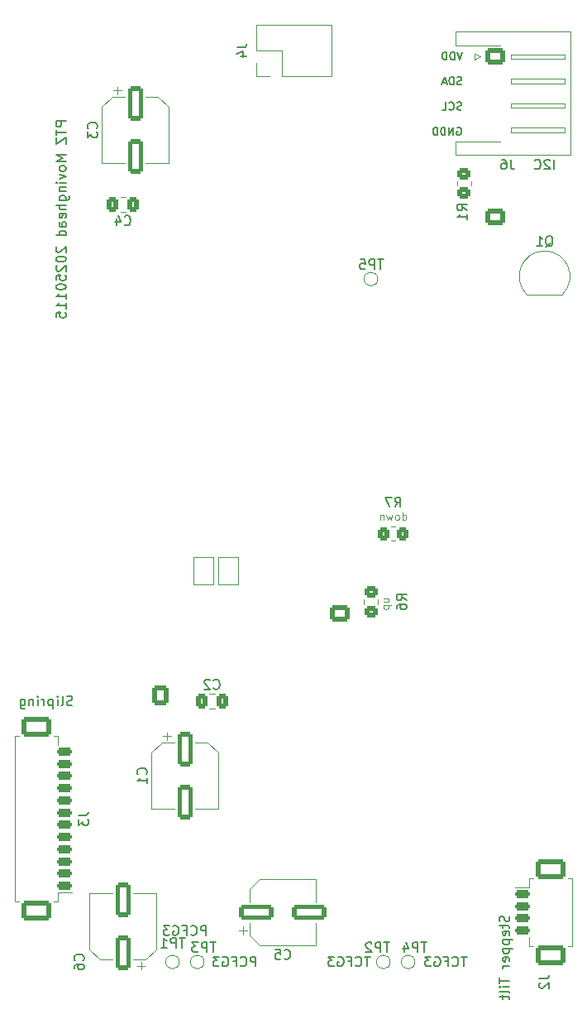
<source format=gbo>
G04 #@! TF.GenerationSoftware,KiCad,Pcbnew,8.0.7*
G04 #@! TF.CreationDate,2025-01-15T19:07:19+01:00*
G04 #@! TF.ProjectId,ptz_board,70747a5f-626f-4617-9264-2e6b69636164,rev?*
G04 #@! TF.SameCoordinates,Original*
G04 #@! TF.FileFunction,Legend,Bot*
G04 #@! TF.FilePolarity,Positive*
%FSLAX46Y46*%
G04 Gerber Fmt 4.6, Leading zero omitted, Abs format (unit mm)*
G04 Created by KiCad (PCBNEW 8.0.7) date 2025-01-15 19:07:19*
%MOMM*%
%LPD*%
G01*
G04 APERTURE LIST*
G04 Aperture macros list*
%AMRoundRect*
0 Rectangle with rounded corners*
0 $1 Rounding radius*
0 $2 $3 $4 $5 $6 $7 $8 $9 X,Y pos of 4 corners*
0 Add a 4 corners polygon primitive as box body*
4,1,4,$2,$3,$4,$5,$6,$7,$8,$9,$2,$3,0*
0 Add four circle primitives for the rounded corners*
1,1,$1+$1,$2,$3*
1,1,$1+$1,$4,$5*
1,1,$1+$1,$6,$7*
1,1,$1+$1,$8,$9*
0 Add four rect primitives between the rounded corners*
20,1,$1+$1,$2,$3,$4,$5,0*
20,1,$1+$1,$4,$5,$6,$7,0*
20,1,$1+$1,$6,$7,$8,$9,0*
20,1,$1+$1,$8,$9,$2,$3,0*%
G04 Aperture macros list end*
%ADD10C,0.150000*%
%ADD11C,0.100000*%
%ADD12C,0.200000*%
%ADD13C,0.120000*%
%ADD14RoundRect,0.250000X0.350000X0.450000X-0.350000X0.450000X-0.350000X-0.450000X0.350000X-0.450000X0*%
%ADD15RoundRect,0.250000X0.450000X-0.350000X0.450000X0.350000X-0.450000X0.350000X-0.450000X-0.350000X0*%
%ADD16R,1.600000X1.600000*%
%ADD17O,1.600000X1.600000*%
%ADD18RoundRect,0.250000X0.600000X0.725000X-0.600000X0.725000X-0.600000X-0.725000X0.600000X-0.725000X0*%
%ADD19O,1.700000X1.950000*%
%ADD20C,3.200000*%
%ADD21RoundRect,0.250000X0.725000X-0.600000X0.725000X0.600000X-0.725000X0.600000X-0.725000X-0.600000X0*%
%ADD22O,1.950000X1.700000*%
%ADD23RoundRect,0.250000X0.750000X-0.600000X0.750000X0.600000X-0.750000X0.600000X-0.750000X-0.600000X0*%
%ADD24O,2.000000X1.700000*%
%ADD25R,1.700000X1.700000*%
%ADD26O,1.700000X1.700000*%
%ADD27R,2.000000X2.000000*%
%ADD28O,2.000000X1.600000*%
%ADD29RoundRect,0.200000X0.600000X-0.200000X0.600000X0.200000X-0.600000X0.200000X-0.600000X-0.200000X0*%
%ADD30RoundRect,0.250001X1.249999X-0.799999X1.249999X0.799999X-1.249999X0.799999X-1.249999X-0.799999X0*%
%ADD31RoundRect,0.250000X-0.725000X0.600000X-0.725000X-0.600000X0.725000X-0.600000X0.725000X0.600000X0*%
%ADD32C,1.000000*%
%ADD33RoundRect,0.250000X0.550000X-1.500000X0.550000X1.500000X-0.550000X1.500000X-0.550000X-1.500000X0*%
%ADD34RoundRect,0.250000X0.337500X0.475000X-0.337500X0.475000X-0.337500X-0.475000X0.337500X-0.475000X0*%
%ADD35R,1.050000X1.500000*%
%ADD36O,1.050000X1.500000*%
%ADD37RoundRect,0.250000X-1.500000X-0.550000X1.500000X-0.550000X1.500000X0.550000X-1.500000X0.550000X0*%
%ADD38R,1.500000X1.000000*%
%ADD39RoundRect,0.250000X-0.550000X1.500000X-0.550000X-1.500000X0.550000X-1.500000X0.550000X1.500000X0*%
%ADD40RoundRect,0.250000X-0.337500X-0.475000X0.337500X-0.475000X0.337500X0.475000X-0.337500X0.475000X0*%
%ADD41RoundRect,0.200000X-0.600000X0.200000X-0.600000X-0.200000X0.600000X-0.200000X0.600000X0.200000X0*%
%ADD42RoundRect,0.250001X-1.249999X0.799999X-1.249999X-0.799999X1.249999X-0.799999X1.249999X0.799999X0*%
G04 APERTURE END LIST*
D10*
X96980125Y-54231565D02*
X96713458Y-55031565D01*
X96713458Y-55031565D02*
X96446792Y-54231565D01*
X96180125Y-55031565D02*
X96180125Y-54231565D01*
X96180125Y-54231565D02*
X95989649Y-54231565D01*
X95989649Y-54231565D02*
X95875363Y-54269660D01*
X95875363Y-54269660D02*
X95799173Y-54345850D01*
X95799173Y-54345850D02*
X95761078Y-54422041D01*
X95761078Y-54422041D02*
X95722982Y-54574422D01*
X95722982Y-54574422D02*
X95722982Y-54688708D01*
X95722982Y-54688708D02*
X95761078Y-54841089D01*
X95761078Y-54841089D02*
X95799173Y-54917279D01*
X95799173Y-54917279D02*
X95875363Y-54993470D01*
X95875363Y-54993470D02*
X95989649Y-55031565D01*
X95989649Y-55031565D02*
X96180125Y-55031565D01*
X95380125Y-55031565D02*
X95380125Y-54231565D01*
X95380125Y-54231565D02*
X95189649Y-54231565D01*
X95189649Y-54231565D02*
X95075363Y-54269660D01*
X95075363Y-54269660D02*
X94999173Y-54345850D01*
X94999173Y-54345850D02*
X94961078Y-54422041D01*
X94961078Y-54422041D02*
X94922982Y-54574422D01*
X94922982Y-54574422D02*
X94922982Y-54688708D01*
X94922982Y-54688708D02*
X94961078Y-54841089D01*
X94961078Y-54841089D02*
X94999173Y-54917279D01*
X94999173Y-54917279D02*
X95075363Y-54993470D01*
X95075363Y-54993470D02*
X95189649Y-55031565D01*
X95189649Y-55031565D02*
X95380125Y-55031565D01*
X96903935Y-57569380D02*
X96789649Y-57607475D01*
X96789649Y-57607475D02*
X96599173Y-57607475D01*
X96599173Y-57607475D02*
X96522982Y-57569380D01*
X96522982Y-57569380D02*
X96484887Y-57531284D01*
X96484887Y-57531284D02*
X96446792Y-57455094D01*
X96446792Y-57455094D02*
X96446792Y-57378903D01*
X96446792Y-57378903D02*
X96484887Y-57302713D01*
X96484887Y-57302713D02*
X96522982Y-57264618D01*
X96522982Y-57264618D02*
X96599173Y-57226522D01*
X96599173Y-57226522D02*
X96751554Y-57188427D01*
X96751554Y-57188427D02*
X96827744Y-57150332D01*
X96827744Y-57150332D02*
X96865839Y-57112237D01*
X96865839Y-57112237D02*
X96903935Y-57036046D01*
X96903935Y-57036046D02*
X96903935Y-56959856D01*
X96903935Y-56959856D02*
X96865839Y-56883665D01*
X96865839Y-56883665D02*
X96827744Y-56845570D01*
X96827744Y-56845570D02*
X96751554Y-56807475D01*
X96751554Y-56807475D02*
X96561077Y-56807475D01*
X96561077Y-56807475D02*
X96446792Y-56845570D01*
X96103934Y-57607475D02*
X96103934Y-56807475D01*
X96103934Y-56807475D02*
X95913458Y-56807475D01*
X95913458Y-56807475D02*
X95799172Y-56845570D01*
X95799172Y-56845570D02*
X95722982Y-56921760D01*
X95722982Y-56921760D02*
X95684887Y-56997951D01*
X95684887Y-56997951D02*
X95646791Y-57150332D01*
X95646791Y-57150332D02*
X95646791Y-57264618D01*
X95646791Y-57264618D02*
X95684887Y-57416999D01*
X95684887Y-57416999D02*
X95722982Y-57493189D01*
X95722982Y-57493189D02*
X95799172Y-57569380D01*
X95799172Y-57569380D02*
X95913458Y-57607475D01*
X95913458Y-57607475D02*
X96103934Y-57607475D01*
X95342030Y-57378903D02*
X94961077Y-57378903D01*
X95418220Y-57607475D02*
X95151553Y-56807475D01*
X95151553Y-56807475D02*
X94884887Y-57607475D01*
X96903935Y-60145290D02*
X96789649Y-60183385D01*
X96789649Y-60183385D02*
X96599173Y-60183385D01*
X96599173Y-60183385D02*
X96522982Y-60145290D01*
X96522982Y-60145290D02*
X96484887Y-60107194D01*
X96484887Y-60107194D02*
X96446792Y-60031004D01*
X96446792Y-60031004D02*
X96446792Y-59954813D01*
X96446792Y-59954813D02*
X96484887Y-59878623D01*
X96484887Y-59878623D02*
X96522982Y-59840528D01*
X96522982Y-59840528D02*
X96599173Y-59802432D01*
X96599173Y-59802432D02*
X96751554Y-59764337D01*
X96751554Y-59764337D02*
X96827744Y-59726242D01*
X96827744Y-59726242D02*
X96865839Y-59688147D01*
X96865839Y-59688147D02*
X96903935Y-59611956D01*
X96903935Y-59611956D02*
X96903935Y-59535766D01*
X96903935Y-59535766D02*
X96865839Y-59459575D01*
X96865839Y-59459575D02*
X96827744Y-59421480D01*
X96827744Y-59421480D02*
X96751554Y-59383385D01*
X96751554Y-59383385D02*
X96561077Y-59383385D01*
X96561077Y-59383385D02*
X96446792Y-59421480D01*
X95646791Y-60107194D02*
X95684887Y-60145290D01*
X95684887Y-60145290D02*
X95799172Y-60183385D01*
X95799172Y-60183385D02*
X95875363Y-60183385D01*
X95875363Y-60183385D02*
X95989649Y-60145290D01*
X95989649Y-60145290D02*
X96065839Y-60069099D01*
X96065839Y-60069099D02*
X96103934Y-59992909D01*
X96103934Y-59992909D02*
X96142030Y-59840528D01*
X96142030Y-59840528D02*
X96142030Y-59726242D01*
X96142030Y-59726242D02*
X96103934Y-59573861D01*
X96103934Y-59573861D02*
X96065839Y-59497670D01*
X96065839Y-59497670D02*
X95989649Y-59421480D01*
X95989649Y-59421480D02*
X95875363Y-59383385D01*
X95875363Y-59383385D02*
X95799172Y-59383385D01*
X95799172Y-59383385D02*
X95684887Y-59421480D01*
X95684887Y-59421480D02*
X95646791Y-59459575D01*
X94922982Y-60183385D02*
X95303934Y-60183385D01*
X95303934Y-60183385D02*
X95303934Y-59383385D01*
X96446792Y-61997390D02*
X96522982Y-61959295D01*
X96522982Y-61959295D02*
X96637268Y-61959295D01*
X96637268Y-61959295D02*
X96751554Y-61997390D01*
X96751554Y-61997390D02*
X96827744Y-62073580D01*
X96827744Y-62073580D02*
X96865839Y-62149771D01*
X96865839Y-62149771D02*
X96903935Y-62302152D01*
X96903935Y-62302152D02*
X96903935Y-62416438D01*
X96903935Y-62416438D02*
X96865839Y-62568819D01*
X96865839Y-62568819D02*
X96827744Y-62645009D01*
X96827744Y-62645009D02*
X96751554Y-62721200D01*
X96751554Y-62721200D02*
X96637268Y-62759295D01*
X96637268Y-62759295D02*
X96561077Y-62759295D01*
X96561077Y-62759295D02*
X96446792Y-62721200D01*
X96446792Y-62721200D02*
X96408696Y-62683104D01*
X96408696Y-62683104D02*
X96408696Y-62416438D01*
X96408696Y-62416438D02*
X96561077Y-62416438D01*
X96065839Y-62759295D02*
X96065839Y-61959295D01*
X96065839Y-61959295D02*
X95608696Y-62759295D01*
X95608696Y-62759295D02*
X95608696Y-61959295D01*
X95227744Y-62759295D02*
X95227744Y-61959295D01*
X95227744Y-61959295D02*
X95037268Y-61959295D01*
X95037268Y-61959295D02*
X94922982Y-61997390D01*
X94922982Y-61997390D02*
X94846792Y-62073580D01*
X94846792Y-62073580D02*
X94808697Y-62149771D01*
X94808697Y-62149771D02*
X94770601Y-62302152D01*
X94770601Y-62302152D02*
X94770601Y-62416438D01*
X94770601Y-62416438D02*
X94808697Y-62568819D01*
X94808697Y-62568819D02*
X94846792Y-62645009D01*
X94846792Y-62645009D02*
X94922982Y-62721200D01*
X94922982Y-62721200D02*
X95037268Y-62759295D01*
X95037268Y-62759295D02*
X95227744Y-62759295D01*
X94427744Y-62759295D02*
X94427744Y-61959295D01*
X94427744Y-61959295D02*
X94237268Y-61959295D01*
X94237268Y-61959295D02*
X94122982Y-61997390D01*
X94122982Y-61997390D02*
X94046792Y-62073580D01*
X94046792Y-62073580D02*
X94008697Y-62149771D01*
X94008697Y-62149771D02*
X93970601Y-62302152D01*
X93970601Y-62302152D02*
X93970601Y-62416438D01*
X93970601Y-62416438D02*
X94008697Y-62568819D01*
X94008697Y-62568819D02*
X94046792Y-62645009D01*
X94046792Y-62645009D02*
X94122982Y-62721200D01*
X94122982Y-62721200D02*
X94237268Y-62759295D01*
X94237268Y-62759295D02*
X94427744Y-62759295D01*
D11*
X90840877Y-102131895D02*
X90840877Y-101331895D01*
X90840877Y-102093800D02*
X90917068Y-102131895D01*
X90917068Y-102131895D02*
X91069449Y-102131895D01*
X91069449Y-102131895D02*
X91145639Y-102093800D01*
X91145639Y-102093800D02*
X91183734Y-102055704D01*
X91183734Y-102055704D02*
X91221830Y-101979514D01*
X91221830Y-101979514D02*
X91221830Y-101750942D01*
X91221830Y-101750942D02*
X91183734Y-101674752D01*
X91183734Y-101674752D02*
X91145639Y-101636657D01*
X91145639Y-101636657D02*
X91069449Y-101598561D01*
X91069449Y-101598561D02*
X90917068Y-101598561D01*
X90917068Y-101598561D02*
X90840877Y-101636657D01*
X90345639Y-102131895D02*
X90421829Y-102093800D01*
X90421829Y-102093800D02*
X90459924Y-102055704D01*
X90459924Y-102055704D02*
X90498020Y-101979514D01*
X90498020Y-101979514D02*
X90498020Y-101750942D01*
X90498020Y-101750942D02*
X90459924Y-101674752D01*
X90459924Y-101674752D02*
X90421829Y-101636657D01*
X90421829Y-101636657D02*
X90345639Y-101598561D01*
X90345639Y-101598561D02*
X90231353Y-101598561D01*
X90231353Y-101598561D02*
X90155162Y-101636657D01*
X90155162Y-101636657D02*
X90117067Y-101674752D01*
X90117067Y-101674752D02*
X90078972Y-101750942D01*
X90078972Y-101750942D02*
X90078972Y-101979514D01*
X90078972Y-101979514D02*
X90117067Y-102055704D01*
X90117067Y-102055704D02*
X90155162Y-102093800D01*
X90155162Y-102093800D02*
X90231353Y-102131895D01*
X90231353Y-102131895D02*
X90345639Y-102131895D01*
X89812305Y-101598561D02*
X89659924Y-102131895D01*
X89659924Y-102131895D02*
X89507543Y-101750942D01*
X89507543Y-101750942D02*
X89355162Y-102131895D01*
X89355162Y-102131895D02*
X89202781Y-101598561D01*
X88898019Y-101598561D02*
X88898019Y-102131895D01*
X88898019Y-101674752D02*
X88859924Y-101636657D01*
X88859924Y-101636657D02*
X88783734Y-101598561D01*
X88783734Y-101598561D02*
X88669448Y-101598561D01*
X88669448Y-101598561D02*
X88593257Y-101636657D01*
X88593257Y-101636657D02*
X88555162Y-101712847D01*
X88555162Y-101712847D02*
X88555162Y-102131895D01*
X88898561Y-110454122D02*
X89431895Y-110454122D01*
X88898561Y-110111265D02*
X89317609Y-110111265D01*
X89317609Y-110111265D02*
X89393800Y-110149360D01*
X89393800Y-110149360D02*
X89431895Y-110225550D01*
X89431895Y-110225550D02*
X89431895Y-110339836D01*
X89431895Y-110339836D02*
X89393800Y-110416027D01*
X89393800Y-110416027D02*
X89355704Y-110454122D01*
X88898561Y-110835075D02*
X89698561Y-110835075D01*
X88936657Y-110835075D02*
X88898561Y-110911265D01*
X88898561Y-110911265D02*
X88898561Y-111063646D01*
X88898561Y-111063646D02*
X88936657Y-111139837D01*
X88936657Y-111139837D02*
X88974752Y-111177932D01*
X88974752Y-111177932D02*
X89050942Y-111216027D01*
X89050942Y-111216027D02*
X89279514Y-111216027D01*
X89279514Y-111216027D02*
X89355704Y-111177932D01*
X89355704Y-111177932D02*
X89393800Y-111139837D01*
X89393800Y-111139837D02*
X89431895Y-111063646D01*
X89431895Y-111063646D02*
X89431895Y-110911265D01*
X89431895Y-110911265D02*
X89393800Y-110835075D01*
D12*
X56382219Y-61329673D02*
X55382219Y-61329673D01*
X55382219Y-61329673D02*
X55382219Y-61710625D01*
X55382219Y-61710625D02*
X55429838Y-61805863D01*
X55429838Y-61805863D02*
X55477457Y-61853482D01*
X55477457Y-61853482D02*
X55572695Y-61901101D01*
X55572695Y-61901101D02*
X55715552Y-61901101D01*
X55715552Y-61901101D02*
X55810790Y-61853482D01*
X55810790Y-61853482D02*
X55858409Y-61805863D01*
X55858409Y-61805863D02*
X55906028Y-61710625D01*
X55906028Y-61710625D02*
X55906028Y-61329673D01*
X55382219Y-62186816D02*
X55382219Y-62758244D01*
X56382219Y-62472530D02*
X55382219Y-62472530D01*
X55382219Y-62996340D02*
X55382219Y-63663006D01*
X55382219Y-63663006D02*
X56382219Y-62996340D01*
X56382219Y-62996340D02*
X56382219Y-63663006D01*
X56382219Y-64805864D02*
X55382219Y-64805864D01*
X55382219Y-64805864D02*
X56096504Y-65139197D01*
X56096504Y-65139197D02*
X55382219Y-65472530D01*
X55382219Y-65472530D02*
X56382219Y-65472530D01*
X56382219Y-66091578D02*
X56334600Y-65996340D01*
X56334600Y-65996340D02*
X56286980Y-65948721D01*
X56286980Y-65948721D02*
X56191742Y-65901102D01*
X56191742Y-65901102D02*
X55906028Y-65901102D01*
X55906028Y-65901102D02*
X55810790Y-65948721D01*
X55810790Y-65948721D02*
X55763171Y-65996340D01*
X55763171Y-65996340D02*
X55715552Y-66091578D01*
X55715552Y-66091578D02*
X55715552Y-66234435D01*
X55715552Y-66234435D02*
X55763171Y-66329673D01*
X55763171Y-66329673D02*
X55810790Y-66377292D01*
X55810790Y-66377292D02*
X55906028Y-66424911D01*
X55906028Y-66424911D02*
X56191742Y-66424911D01*
X56191742Y-66424911D02*
X56286980Y-66377292D01*
X56286980Y-66377292D02*
X56334600Y-66329673D01*
X56334600Y-66329673D02*
X56382219Y-66234435D01*
X56382219Y-66234435D02*
X56382219Y-66091578D01*
X55715552Y-66758245D02*
X56382219Y-66996340D01*
X56382219Y-66996340D02*
X55715552Y-67234435D01*
X56382219Y-67615388D02*
X55715552Y-67615388D01*
X55382219Y-67615388D02*
X55429838Y-67567769D01*
X55429838Y-67567769D02*
X55477457Y-67615388D01*
X55477457Y-67615388D02*
X55429838Y-67663007D01*
X55429838Y-67663007D02*
X55382219Y-67615388D01*
X55382219Y-67615388D02*
X55477457Y-67615388D01*
X55715552Y-68091578D02*
X56382219Y-68091578D01*
X55810790Y-68091578D02*
X55763171Y-68139197D01*
X55763171Y-68139197D02*
X55715552Y-68234435D01*
X55715552Y-68234435D02*
X55715552Y-68377292D01*
X55715552Y-68377292D02*
X55763171Y-68472530D01*
X55763171Y-68472530D02*
X55858409Y-68520149D01*
X55858409Y-68520149D02*
X56382219Y-68520149D01*
X55715552Y-69424911D02*
X56525076Y-69424911D01*
X56525076Y-69424911D02*
X56620314Y-69377292D01*
X56620314Y-69377292D02*
X56667933Y-69329673D01*
X56667933Y-69329673D02*
X56715552Y-69234435D01*
X56715552Y-69234435D02*
X56715552Y-69091578D01*
X56715552Y-69091578D02*
X56667933Y-68996340D01*
X56334600Y-69424911D02*
X56382219Y-69329673D01*
X56382219Y-69329673D02*
X56382219Y-69139197D01*
X56382219Y-69139197D02*
X56334600Y-69043959D01*
X56334600Y-69043959D02*
X56286980Y-68996340D01*
X56286980Y-68996340D02*
X56191742Y-68948721D01*
X56191742Y-68948721D02*
X55906028Y-68948721D01*
X55906028Y-68948721D02*
X55810790Y-68996340D01*
X55810790Y-68996340D02*
X55763171Y-69043959D01*
X55763171Y-69043959D02*
X55715552Y-69139197D01*
X55715552Y-69139197D02*
X55715552Y-69329673D01*
X55715552Y-69329673D02*
X55763171Y-69424911D01*
X56382219Y-69901102D02*
X55382219Y-69901102D01*
X56382219Y-70329673D02*
X55858409Y-70329673D01*
X55858409Y-70329673D02*
X55763171Y-70282054D01*
X55763171Y-70282054D02*
X55715552Y-70186816D01*
X55715552Y-70186816D02*
X55715552Y-70043959D01*
X55715552Y-70043959D02*
X55763171Y-69948721D01*
X55763171Y-69948721D02*
X55810790Y-69901102D01*
X56334600Y-71186816D02*
X56382219Y-71091578D01*
X56382219Y-71091578D02*
X56382219Y-70901102D01*
X56382219Y-70901102D02*
X56334600Y-70805864D01*
X56334600Y-70805864D02*
X56239361Y-70758245D01*
X56239361Y-70758245D02*
X55858409Y-70758245D01*
X55858409Y-70758245D02*
X55763171Y-70805864D01*
X55763171Y-70805864D02*
X55715552Y-70901102D01*
X55715552Y-70901102D02*
X55715552Y-71091578D01*
X55715552Y-71091578D02*
X55763171Y-71186816D01*
X55763171Y-71186816D02*
X55858409Y-71234435D01*
X55858409Y-71234435D02*
X55953647Y-71234435D01*
X55953647Y-71234435D02*
X56048885Y-70758245D01*
X56382219Y-72091578D02*
X55858409Y-72091578D01*
X55858409Y-72091578D02*
X55763171Y-72043959D01*
X55763171Y-72043959D02*
X55715552Y-71948721D01*
X55715552Y-71948721D02*
X55715552Y-71758245D01*
X55715552Y-71758245D02*
X55763171Y-71663007D01*
X56334600Y-72091578D02*
X56382219Y-71996340D01*
X56382219Y-71996340D02*
X56382219Y-71758245D01*
X56382219Y-71758245D02*
X56334600Y-71663007D01*
X56334600Y-71663007D02*
X56239361Y-71615388D01*
X56239361Y-71615388D02*
X56144123Y-71615388D01*
X56144123Y-71615388D02*
X56048885Y-71663007D01*
X56048885Y-71663007D02*
X56001266Y-71758245D01*
X56001266Y-71758245D02*
X56001266Y-71996340D01*
X56001266Y-71996340D02*
X55953647Y-72091578D01*
X56382219Y-72996340D02*
X55382219Y-72996340D01*
X56334600Y-72996340D02*
X56382219Y-72901102D01*
X56382219Y-72901102D02*
X56382219Y-72710626D01*
X56382219Y-72710626D02*
X56334600Y-72615388D01*
X56334600Y-72615388D02*
X56286980Y-72567769D01*
X56286980Y-72567769D02*
X56191742Y-72520150D01*
X56191742Y-72520150D02*
X55906028Y-72520150D01*
X55906028Y-72520150D02*
X55810790Y-72567769D01*
X55810790Y-72567769D02*
X55763171Y-72615388D01*
X55763171Y-72615388D02*
X55715552Y-72710626D01*
X55715552Y-72710626D02*
X55715552Y-72901102D01*
X55715552Y-72901102D02*
X55763171Y-72996340D01*
X55477457Y-74186817D02*
X55429838Y-74234436D01*
X55429838Y-74234436D02*
X55382219Y-74329674D01*
X55382219Y-74329674D02*
X55382219Y-74567769D01*
X55382219Y-74567769D02*
X55429838Y-74663007D01*
X55429838Y-74663007D02*
X55477457Y-74710626D01*
X55477457Y-74710626D02*
X55572695Y-74758245D01*
X55572695Y-74758245D02*
X55667933Y-74758245D01*
X55667933Y-74758245D02*
X55810790Y-74710626D01*
X55810790Y-74710626D02*
X56382219Y-74139198D01*
X56382219Y-74139198D02*
X56382219Y-74758245D01*
X55382219Y-75377293D02*
X55382219Y-75472531D01*
X55382219Y-75472531D02*
X55429838Y-75567769D01*
X55429838Y-75567769D02*
X55477457Y-75615388D01*
X55477457Y-75615388D02*
X55572695Y-75663007D01*
X55572695Y-75663007D02*
X55763171Y-75710626D01*
X55763171Y-75710626D02*
X56001266Y-75710626D01*
X56001266Y-75710626D02*
X56191742Y-75663007D01*
X56191742Y-75663007D02*
X56286980Y-75615388D01*
X56286980Y-75615388D02*
X56334600Y-75567769D01*
X56334600Y-75567769D02*
X56382219Y-75472531D01*
X56382219Y-75472531D02*
X56382219Y-75377293D01*
X56382219Y-75377293D02*
X56334600Y-75282055D01*
X56334600Y-75282055D02*
X56286980Y-75234436D01*
X56286980Y-75234436D02*
X56191742Y-75186817D01*
X56191742Y-75186817D02*
X56001266Y-75139198D01*
X56001266Y-75139198D02*
X55763171Y-75139198D01*
X55763171Y-75139198D02*
X55572695Y-75186817D01*
X55572695Y-75186817D02*
X55477457Y-75234436D01*
X55477457Y-75234436D02*
X55429838Y-75282055D01*
X55429838Y-75282055D02*
X55382219Y-75377293D01*
X55477457Y-76091579D02*
X55429838Y-76139198D01*
X55429838Y-76139198D02*
X55382219Y-76234436D01*
X55382219Y-76234436D02*
X55382219Y-76472531D01*
X55382219Y-76472531D02*
X55429838Y-76567769D01*
X55429838Y-76567769D02*
X55477457Y-76615388D01*
X55477457Y-76615388D02*
X55572695Y-76663007D01*
X55572695Y-76663007D02*
X55667933Y-76663007D01*
X55667933Y-76663007D02*
X55810790Y-76615388D01*
X55810790Y-76615388D02*
X56382219Y-76043960D01*
X56382219Y-76043960D02*
X56382219Y-76663007D01*
X55382219Y-77567769D02*
X55382219Y-77091579D01*
X55382219Y-77091579D02*
X55858409Y-77043960D01*
X55858409Y-77043960D02*
X55810790Y-77091579D01*
X55810790Y-77091579D02*
X55763171Y-77186817D01*
X55763171Y-77186817D02*
X55763171Y-77424912D01*
X55763171Y-77424912D02*
X55810790Y-77520150D01*
X55810790Y-77520150D02*
X55858409Y-77567769D01*
X55858409Y-77567769D02*
X55953647Y-77615388D01*
X55953647Y-77615388D02*
X56191742Y-77615388D01*
X56191742Y-77615388D02*
X56286980Y-77567769D01*
X56286980Y-77567769D02*
X56334600Y-77520150D01*
X56334600Y-77520150D02*
X56382219Y-77424912D01*
X56382219Y-77424912D02*
X56382219Y-77186817D01*
X56382219Y-77186817D02*
X56334600Y-77091579D01*
X56334600Y-77091579D02*
X56286980Y-77043960D01*
X55382219Y-78234436D02*
X55382219Y-78329674D01*
X55382219Y-78329674D02*
X55429838Y-78424912D01*
X55429838Y-78424912D02*
X55477457Y-78472531D01*
X55477457Y-78472531D02*
X55572695Y-78520150D01*
X55572695Y-78520150D02*
X55763171Y-78567769D01*
X55763171Y-78567769D02*
X56001266Y-78567769D01*
X56001266Y-78567769D02*
X56191742Y-78520150D01*
X56191742Y-78520150D02*
X56286980Y-78472531D01*
X56286980Y-78472531D02*
X56334600Y-78424912D01*
X56334600Y-78424912D02*
X56382219Y-78329674D01*
X56382219Y-78329674D02*
X56382219Y-78234436D01*
X56382219Y-78234436D02*
X56334600Y-78139198D01*
X56334600Y-78139198D02*
X56286980Y-78091579D01*
X56286980Y-78091579D02*
X56191742Y-78043960D01*
X56191742Y-78043960D02*
X56001266Y-77996341D01*
X56001266Y-77996341D02*
X55763171Y-77996341D01*
X55763171Y-77996341D02*
X55572695Y-78043960D01*
X55572695Y-78043960D02*
X55477457Y-78091579D01*
X55477457Y-78091579D02*
X55429838Y-78139198D01*
X55429838Y-78139198D02*
X55382219Y-78234436D01*
X56382219Y-79520150D02*
X56382219Y-78948722D01*
X56382219Y-79234436D02*
X55382219Y-79234436D01*
X55382219Y-79234436D02*
X55525076Y-79139198D01*
X55525076Y-79139198D02*
X55620314Y-79043960D01*
X55620314Y-79043960D02*
X55667933Y-78948722D01*
X56382219Y-80472531D02*
X56382219Y-79901103D01*
X56382219Y-80186817D02*
X55382219Y-80186817D01*
X55382219Y-80186817D02*
X55525076Y-80091579D01*
X55525076Y-80091579D02*
X55620314Y-79996341D01*
X55620314Y-79996341D02*
X55667933Y-79901103D01*
X55382219Y-81377293D02*
X55382219Y-80901103D01*
X55382219Y-80901103D02*
X55858409Y-80853484D01*
X55858409Y-80853484D02*
X55810790Y-80901103D01*
X55810790Y-80901103D02*
X55763171Y-80996341D01*
X55763171Y-80996341D02*
X55763171Y-81234436D01*
X55763171Y-81234436D02*
X55810790Y-81329674D01*
X55810790Y-81329674D02*
X55858409Y-81377293D01*
X55858409Y-81377293D02*
X55953647Y-81424912D01*
X55953647Y-81424912D02*
X56191742Y-81424912D01*
X56191742Y-81424912D02*
X56286980Y-81377293D01*
X56286980Y-81377293D02*
X56334600Y-81329674D01*
X56334600Y-81329674D02*
X56382219Y-81234436D01*
X56382219Y-81234436D02*
X56382219Y-80996341D01*
X56382219Y-80996341D02*
X56334600Y-80901103D01*
X56334600Y-80901103D02*
X56286980Y-80853484D01*
D10*
X90066666Y-100784819D02*
X90399999Y-100308628D01*
X90638094Y-100784819D02*
X90638094Y-99784819D01*
X90638094Y-99784819D02*
X90257142Y-99784819D01*
X90257142Y-99784819D02*
X90161904Y-99832438D01*
X90161904Y-99832438D02*
X90114285Y-99880057D01*
X90114285Y-99880057D02*
X90066666Y-99975295D01*
X90066666Y-99975295D02*
X90066666Y-100118152D01*
X90066666Y-100118152D02*
X90114285Y-100213390D01*
X90114285Y-100213390D02*
X90161904Y-100261009D01*
X90161904Y-100261009D02*
X90257142Y-100308628D01*
X90257142Y-100308628D02*
X90638094Y-100308628D01*
X89733332Y-99784819D02*
X89066666Y-99784819D01*
X89066666Y-99784819D02*
X89495237Y-100784819D01*
X91259819Y-110323333D02*
X90783628Y-109990000D01*
X91259819Y-109751905D02*
X90259819Y-109751905D01*
X90259819Y-109751905D02*
X90259819Y-110132857D01*
X90259819Y-110132857D02*
X90307438Y-110228095D01*
X90307438Y-110228095D02*
X90355057Y-110275714D01*
X90355057Y-110275714D02*
X90450295Y-110323333D01*
X90450295Y-110323333D02*
X90593152Y-110323333D01*
X90593152Y-110323333D02*
X90688390Y-110275714D01*
X90688390Y-110275714D02*
X90736009Y-110228095D01*
X90736009Y-110228095D02*
X90783628Y-110132857D01*
X90783628Y-110132857D02*
X90783628Y-109751905D01*
X90259819Y-111180476D02*
X90259819Y-110990000D01*
X90259819Y-110990000D02*
X90307438Y-110894762D01*
X90307438Y-110894762D02*
X90355057Y-110847143D01*
X90355057Y-110847143D02*
X90497914Y-110751905D01*
X90497914Y-110751905D02*
X90688390Y-110704286D01*
X90688390Y-110704286D02*
X91069342Y-110704286D01*
X91069342Y-110704286D02*
X91164580Y-110751905D01*
X91164580Y-110751905D02*
X91212200Y-110799524D01*
X91212200Y-110799524D02*
X91259819Y-110894762D01*
X91259819Y-110894762D02*
X91259819Y-111085238D01*
X91259819Y-111085238D02*
X91212200Y-111180476D01*
X91212200Y-111180476D02*
X91164580Y-111228095D01*
X91164580Y-111228095D02*
X91069342Y-111275714D01*
X91069342Y-111275714D02*
X90831247Y-111275714D01*
X90831247Y-111275714D02*
X90736009Y-111228095D01*
X90736009Y-111228095D02*
X90688390Y-111180476D01*
X90688390Y-111180476D02*
X90640771Y-111085238D01*
X90640771Y-111085238D02*
X90640771Y-110894762D01*
X90640771Y-110894762D02*
X90688390Y-110799524D01*
X90688390Y-110799524D02*
X90736009Y-110751905D01*
X90736009Y-110751905D02*
X90831247Y-110704286D01*
X57694819Y-132331666D02*
X58409104Y-132331666D01*
X58409104Y-132331666D02*
X58551961Y-132284047D01*
X58551961Y-132284047D02*
X58647200Y-132188809D01*
X58647200Y-132188809D02*
X58694819Y-132045952D01*
X58694819Y-132045952D02*
X58694819Y-131950714D01*
X57694819Y-132712619D02*
X57694819Y-133331666D01*
X57694819Y-133331666D02*
X58075771Y-132998333D01*
X58075771Y-132998333D02*
X58075771Y-133141190D01*
X58075771Y-133141190D02*
X58123390Y-133236428D01*
X58123390Y-133236428D02*
X58171009Y-133284047D01*
X58171009Y-133284047D02*
X58266247Y-133331666D01*
X58266247Y-133331666D02*
X58504342Y-133331666D01*
X58504342Y-133331666D02*
X58599580Y-133284047D01*
X58599580Y-133284047D02*
X58647200Y-133236428D01*
X58647200Y-133236428D02*
X58694819Y-133141190D01*
X58694819Y-133141190D02*
X58694819Y-132855476D01*
X58694819Y-132855476D02*
X58647200Y-132760238D01*
X58647200Y-132760238D02*
X58599580Y-132712619D01*
X57046475Y-121057200D02*
X56903618Y-121104819D01*
X56903618Y-121104819D02*
X56665523Y-121104819D01*
X56665523Y-121104819D02*
X56570285Y-121057200D01*
X56570285Y-121057200D02*
X56522666Y-121009580D01*
X56522666Y-121009580D02*
X56475047Y-120914342D01*
X56475047Y-120914342D02*
X56475047Y-120819104D01*
X56475047Y-120819104D02*
X56522666Y-120723866D01*
X56522666Y-120723866D02*
X56570285Y-120676247D01*
X56570285Y-120676247D02*
X56665523Y-120628628D01*
X56665523Y-120628628D02*
X56855999Y-120581009D01*
X56855999Y-120581009D02*
X56951237Y-120533390D01*
X56951237Y-120533390D02*
X56998856Y-120485771D01*
X56998856Y-120485771D02*
X57046475Y-120390533D01*
X57046475Y-120390533D02*
X57046475Y-120295295D01*
X57046475Y-120295295D02*
X56998856Y-120200057D01*
X56998856Y-120200057D02*
X56951237Y-120152438D01*
X56951237Y-120152438D02*
X56855999Y-120104819D01*
X56855999Y-120104819D02*
X56617904Y-120104819D01*
X56617904Y-120104819D02*
X56475047Y-120152438D01*
X55903618Y-121104819D02*
X55998856Y-121057200D01*
X55998856Y-121057200D02*
X56046475Y-120961961D01*
X56046475Y-120961961D02*
X56046475Y-120104819D01*
X55522665Y-121104819D02*
X55522665Y-120438152D01*
X55522665Y-120104819D02*
X55570284Y-120152438D01*
X55570284Y-120152438D02*
X55522665Y-120200057D01*
X55522665Y-120200057D02*
X55475046Y-120152438D01*
X55475046Y-120152438D02*
X55522665Y-120104819D01*
X55522665Y-120104819D02*
X55522665Y-120200057D01*
X55046475Y-120438152D02*
X55046475Y-121438152D01*
X55046475Y-120485771D02*
X54951237Y-120438152D01*
X54951237Y-120438152D02*
X54760761Y-120438152D01*
X54760761Y-120438152D02*
X54665523Y-120485771D01*
X54665523Y-120485771D02*
X54617904Y-120533390D01*
X54617904Y-120533390D02*
X54570285Y-120628628D01*
X54570285Y-120628628D02*
X54570285Y-120914342D01*
X54570285Y-120914342D02*
X54617904Y-121009580D01*
X54617904Y-121009580D02*
X54665523Y-121057200D01*
X54665523Y-121057200D02*
X54760761Y-121104819D01*
X54760761Y-121104819D02*
X54951237Y-121104819D01*
X54951237Y-121104819D02*
X55046475Y-121057200D01*
X54141713Y-121104819D02*
X54141713Y-120438152D01*
X54141713Y-120628628D02*
X54094094Y-120533390D01*
X54094094Y-120533390D02*
X54046475Y-120485771D01*
X54046475Y-120485771D02*
X53951237Y-120438152D01*
X53951237Y-120438152D02*
X53855999Y-120438152D01*
X53522665Y-121104819D02*
X53522665Y-120438152D01*
X53522665Y-120104819D02*
X53570284Y-120152438D01*
X53570284Y-120152438D02*
X53522665Y-120200057D01*
X53522665Y-120200057D02*
X53475046Y-120152438D01*
X53475046Y-120152438D02*
X53522665Y-120104819D01*
X53522665Y-120104819D02*
X53522665Y-120200057D01*
X53046475Y-120438152D02*
X53046475Y-121104819D01*
X53046475Y-120533390D02*
X52998856Y-120485771D01*
X52998856Y-120485771D02*
X52903618Y-120438152D01*
X52903618Y-120438152D02*
X52760761Y-120438152D01*
X52760761Y-120438152D02*
X52665523Y-120485771D01*
X52665523Y-120485771D02*
X52617904Y-120581009D01*
X52617904Y-120581009D02*
X52617904Y-121104819D01*
X51713142Y-120438152D02*
X51713142Y-121247676D01*
X51713142Y-121247676D02*
X51760761Y-121342914D01*
X51760761Y-121342914D02*
X51808380Y-121390533D01*
X51808380Y-121390533D02*
X51903618Y-121438152D01*
X51903618Y-121438152D02*
X52046475Y-121438152D01*
X52046475Y-121438152D02*
X52141713Y-121390533D01*
X51713142Y-121057200D02*
X51808380Y-121104819D01*
X51808380Y-121104819D02*
X51998856Y-121104819D01*
X51998856Y-121104819D02*
X52094094Y-121057200D01*
X52094094Y-121057200D02*
X52141713Y-121009580D01*
X52141713Y-121009580D02*
X52189332Y-120914342D01*
X52189332Y-120914342D02*
X52189332Y-120628628D01*
X52189332Y-120628628D02*
X52141713Y-120533390D01*
X52141713Y-120533390D02*
X52094094Y-120485771D01*
X52094094Y-120485771D02*
X51998856Y-120438152D01*
X51998856Y-120438152D02*
X51808380Y-120438152D01*
X51808380Y-120438152D02*
X51713142Y-120485771D01*
X101933333Y-65240819D02*
X101933333Y-65955104D01*
X101933333Y-65955104D02*
X101980952Y-66097961D01*
X101980952Y-66097961D02*
X102076190Y-66193200D01*
X102076190Y-66193200D02*
X102219047Y-66240819D01*
X102219047Y-66240819D02*
X102314285Y-66240819D01*
X101028571Y-65240819D02*
X101219047Y-65240819D01*
X101219047Y-65240819D02*
X101314285Y-65288438D01*
X101314285Y-65288438D02*
X101361904Y-65336057D01*
X101361904Y-65336057D02*
X101457142Y-65478914D01*
X101457142Y-65478914D02*
X101504761Y-65669390D01*
X101504761Y-65669390D02*
X101504761Y-66050342D01*
X101504761Y-66050342D02*
X101457142Y-66145580D01*
X101457142Y-66145580D02*
X101409523Y-66193200D01*
X101409523Y-66193200D02*
X101314285Y-66240819D01*
X101314285Y-66240819D02*
X101123809Y-66240819D01*
X101123809Y-66240819D02*
X101028571Y-66193200D01*
X101028571Y-66193200D02*
X100980952Y-66145580D01*
X100980952Y-66145580D02*
X100933333Y-66050342D01*
X100933333Y-66050342D02*
X100933333Y-65812247D01*
X100933333Y-65812247D02*
X100980952Y-65717009D01*
X100980952Y-65717009D02*
X101028571Y-65669390D01*
X101028571Y-65669390D02*
X101123809Y-65621771D01*
X101123809Y-65621771D02*
X101314285Y-65621771D01*
X101314285Y-65621771D02*
X101409523Y-65669390D01*
X101409523Y-65669390D02*
X101457142Y-65717009D01*
X101457142Y-65717009D02*
X101504761Y-65812247D01*
X106386189Y-66240819D02*
X106386189Y-65240819D01*
X105957618Y-65336057D02*
X105909999Y-65288438D01*
X105909999Y-65288438D02*
X105814761Y-65240819D01*
X105814761Y-65240819D02*
X105576666Y-65240819D01*
X105576666Y-65240819D02*
X105481428Y-65288438D01*
X105481428Y-65288438D02*
X105433809Y-65336057D01*
X105433809Y-65336057D02*
X105386190Y-65431295D01*
X105386190Y-65431295D02*
X105386190Y-65526533D01*
X105386190Y-65526533D02*
X105433809Y-65669390D01*
X105433809Y-65669390D02*
X106005237Y-66240819D01*
X106005237Y-66240819D02*
X105386190Y-66240819D01*
X104386190Y-66145580D02*
X104433809Y-66193200D01*
X104433809Y-66193200D02*
X104576666Y-66240819D01*
X104576666Y-66240819D02*
X104671904Y-66240819D01*
X104671904Y-66240819D02*
X104814761Y-66193200D01*
X104814761Y-66193200D02*
X104909999Y-66097961D01*
X104909999Y-66097961D02*
X104957618Y-66002723D01*
X104957618Y-66002723D02*
X105005237Y-65812247D01*
X105005237Y-65812247D02*
X105005237Y-65669390D01*
X105005237Y-65669390D02*
X104957618Y-65478914D01*
X104957618Y-65478914D02*
X104909999Y-65383676D01*
X104909999Y-65383676D02*
X104814761Y-65288438D01*
X104814761Y-65288438D02*
X104671904Y-65240819D01*
X104671904Y-65240819D02*
X104576666Y-65240819D01*
X104576666Y-65240819D02*
X104433809Y-65288438D01*
X104433809Y-65288438D02*
X104386190Y-65336057D01*
X88891904Y-75476819D02*
X88320476Y-75476819D01*
X88606190Y-76476819D02*
X88606190Y-75476819D01*
X87987142Y-76476819D02*
X87987142Y-75476819D01*
X87987142Y-75476819D02*
X87606190Y-75476819D01*
X87606190Y-75476819D02*
X87510952Y-75524438D01*
X87510952Y-75524438D02*
X87463333Y-75572057D01*
X87463333Y-75572057D02*
X87415714Y-75667295D01*
X87415714Y-75667295D02*
X87415714Y-75810152D01*
X87415714Y-75810152D02*
X87463333Y-75905390D01*
X87463333Y-75905390D02*
X87510952Y-75953009D01*
X87510952Y-75953009D02*
X87606190Y-76000628D01*
X87606190Y-76000628D02*
X87987142Y-76000628D01*
X86510952Y-75476819D02*
X86987142Y-75476819D01*
X86987142Y-75476819D02*
X87034761Y-75953009D01*
X87034761Y-75953009D02*
X86987142Y-75905390D01*
X86987142Y-75905390D02*
X86891904Y-75857771D01*
X86891904Y-75857771D02*
X86653809Y-75857771D01*
X86653809Y-75857771D02*
X86558571Y-75905390D01*
X86558571Y-75905390D02*
X86510952Y-75953009D01*
X86510952Y-75953009D02*
X86463333Y-76048247D01*
X86463333Y-76048247D02*
X86463333Y-76286342D01*
X86463333Y-76286342D02*
X86510952Y-76381580D01*
X86510952Y-76381580D02*
X86558571Y-76429200D01*
X86558571Y-76429200D02*
X86653809Y-76476819D01*
X86653809Y-76476819D02*
X86891904Y-76476819D01*
X86891904Y-76476819D02*
X86987142Y-76429200D01*
X86987142Y-76429200D02*
X87034761Y-76381580D01*
X58144580Y-147153333D02*
X58192200Y-147105714D01*
X58192200Y-147105714D02*
X58239819Y-146962857D01*
X58239819Y-146962857D02*
X58239819Y-146867619D01*
X58239819Y-146867619D02*
X58192200Y-146724762D01*
X58192200Y-146724762D02*
X58096961Y-146629524D01*
X58096961Y-146629524D02*
X58001723Y-146581905D01*
X58001723Y-146581905D02*
X57811247Y-146534286D01*
X57811247Y-146534286D02*
X57668390Y-146534286D01*
X57668390Y-146534286D02*
X57477914Y-146581905D01*
X57477914Y-146581905D02*
X57382676Y-146629524D01*
X57382676Y-146629524D02*
X57287438Y-146724762D01*
X57287438Y-146724762D02*
X57239819Y-146867619D01*
X57239819Y-146867619D02*
X57239819Y-146962857D01*
X57239819Y-146962857D02*
X57287438Y-147105714D01*
X57287438Y-147105714D02*
X57335057Y-147153333D01*
X57239819Y-148010476D02*
X57239819Y-147820000D01*
X57239819Y-147820000D02*
X57287438Y-147724762D01*
X57287438Y-147724762D02*
X57335057Y-147677143D01*
X57335057Y-147677143D02*
X57477914Y-147581905D01*
X57477914Y-147581905D02*
X57668390Y-147534286D01*
X57668390Y-147534286D02*
X58049342Y-147534286D01*
X58049342Y-147534286D02*
X58144580Y-147581905D01*
X58144580Y-147581905D02*
X58192200Y-147629524D01*
X58192200Y-147629524D02*
X58239819Y-147724762D01*
X58239819Y-147724762D02*
X58239819Y-147915238D01*
X58239819Y-147915238D02*
X58192200Y-148010476D01*
X58192200Y-148010476D02*
X58144580Y-148058095D01*
X58144580Y-148058095D02*
X58049342Y-148105714D01*
X58049342Y-148105714D02*
X57811247Y-148105714D01*
X57811247Y-148105714D02*
X57716009Y-148058095D01*
X57716009Y-148058095D02*
X57668390Y-148010476D01*
X57668390Y-148010476D02*
X57620771Y-147915238D01*
X57620771Y-147915238D02*
X57620771Y-147724762D01*
X57620771Y-147724762D02*
X57668390Y-147629524D01*
X57668390Y-147629524D02*
X57716009Y-147581905D01*
X57716009Y-147581905D02*
X57811247Y-147534286D01*
X89526904Y-145326819D02*
X88955476Y-145326819D01*
X89241190Y-146326819D02*
X89241190Y-145326819D01*
X88622142Y-146326819D02*
X88622142Y-145326819D01*
X88622142Y-145326819D02*
X88241190Y-145326819D01*
X88241190Y-145326819D02*
X88145952Y-145374438D01*
X88145952Y-145374438D02*
X88098333Y-145422057D01*
X88098333Y-145422057D02*
X88050714Y-145517295D01*
X88050714Y-145517295D02*
X88050714Y-145660152D01*
X88050714Y-145660152D02*
X88098333Y-145755390D01*
X88098333Y-145755390D02*
X88145952Y-145803009D01*
X88145952Y-145803009D02*
X88241190Y-145850628D01*
X88241190Y-145850628D02*
X88622142Y-145850628D01*
X87669761Y-145422057D02*
X87622142Y-145374438D01*
X87622142Y-145374438D02*
X87526904Y-145326819D01*
X87526904Y-145326819D02*
X87288809Y-145326819D01*
X87288809Y-145326819D02*
X87193571Y-145374438D01*
X87193571Y-145374438D02*
X87145952Y-145422057D01*
X87145952Y-145422057D02*
X87098333Y-145517295D01*
X87098333Y-145517295D02*
X87098333Y-145612533D01*
X87098333Y-145612533D02*
X87145952Y-145755390D01*
X87145952Y-145755390D02*
X87717380Y-146326819D01*
X87717380Y-146326819D02*
X87098333Y-146326819D01*
X87534475Y-146774819D02*
X86963047Y-146774819D01*
X87248761Y-147774819D02*
X87248761Y-146774819D01*
X86058285Y-147679580D02*
X86105904Y-147727200D01*
X86105904Y-147727200D02*
X86248761Y-147774819D01*
X86248761Y-147774819D02*
X86343999Y-147774819D01*
X86343999Y-147774819D02*
X86486856Y-147727200D01*
X86486856Y-147727200D02*
X86582094Y-147631961D01*
X86582094Y-147631961D02*
X86629713Y-147536723D01*
X86629713Y-147536723D02*
X86677332Y-147346247D01*
X86677332Y-147346247D02*
X86677332Y-147203390D01*
X86677332Y-147203390D02*
X86629713Y-147012914D01*
X86629713Y-147012914D02*
X86582094Y-146917676D01*
X86582094Y-146917676D02*
X86486856Y-146822438D01*
X86486856Y-146822438D02*
X86343999Y-146774819D01*
X86343999Y-146774819D02*
X86248761Y-146774819D01*
X86248761Y-146774819D02*
X86105904Y-146822438D01*
X86105904Y-146822438D02*
X86058285Y-146870057D01*
X85296380Y-147251009D02*
X85629713Y-147251009D01*
X85629713Y-147774819D02*
X85629713Y-146774819D01*
X85629713Y-146774819D02*
X85153523Y-146774819D01*
X84248761Y-146822438D02*
X84343999Y-146774819D01*
X84343999Y-146774819D02*
X84486856Y-146774819D01*
X84486856Y-146774819D02*
X84629713Y-146822438D01*
X84629713Y-146822438D02*
X84724951Y-146917676D01*
X84724951Y-146917676D02*
X84772570Y-147012914D01*
X84772570Y-147012914D02*
X84820189Y-147203390D01*
X84820189Y-147203390D02*
X84820189Y-147346247D01*
X84820189Y-147346247D02*
X84772570Y-147536723D01*
X84772570Y-147536723D02*
X84724951Y-147631961D01*
X84724951Y-147631961D02*
X84629713Y-147727200D01*
X84629713Y-147727200D02*
X84486856Y-147774819D01*
X84486856Y-147774819D02*
X84391618Y-147774819D01*
X84391618Y-147774819D02*
X84248761Y-147727200D01*
X84248761Y-147727200D02*
X84201142Y-147679580D01*
X84201142Y-147679580D02*
X84201142Y-147346247D01*
X84201142Y-147346247D02*
X84391618Y-147346247D01*
X83867808Y-146774819D02*
X83248761Y-146774819D01*
X83248761Y-146774819D02*
X83582094Y-147155771D01*
X83582094Y-147155771D02*
X83439237Y-147155771D01*
X83439237Y-147155771D02*
X83343999Y-147203390D01*
X83343999Y-147203390D02*
X83296380Y-147251009D01*
X83296380Y-147251009D02*
X83248761Y-147346247D01*
X83248761Y-147346247D02*
X83248761Y-147584342D01*
X83248761Y-147584342D02*
X83296380Y-147679580D01*
X83296380Y-147679580D02*
X83343999Y-147727200D01*
X83343999Y-147727200D02*
X83439237Y-147774819D01*
X83439237Y-147774819D02*
X83724951Y-147774819D01*
X83724951Y-147774819D02*
X83820189Y-147727200D01*
X83820189Y-147727200D02*
X83867808Y-147679580D01*
X71519166Y-119329580D02*
X71566785Y-119377200D01*
X71566785Y-119377200D02*
X71709642Y-119424819D01*
X71709642Y-119424819D02*
X71804880Y-119424819D01*
X71804880Y-119424819D02*
X71947737Y-119377200D01*
X71947737Y-119377200D02*
X72042975Y-119281961D01*
X72042975Y-119281961D02*
X72090594Y-119186723D01*
X72090594Y-119186723D02*
X72138213Y-118996247D01*
X72138213Y-118996247D02*
X72138213Y-118853390D01*
X72138213Y-118853390D02*
X72090594Y-118662914D01*
X72090594Y-118662914D02*
X72042975Y-118567676D01*
X72042975Y-118567676D02*
X71947737Y-118472438D01*
X71947737Y-118472438D02*
X71804880Y-118424819D01*
X71804880Y-118424819D02*
X71709642Y-118424819D01*
X71709642Y-118424819D02*
X71566785Y-118472438D01*
X71566785Y-118472438D02*
X71519166Y-118520057D01*
X71138213Y-118520057D02*
X71090594Y-118472438D01*
X71090594Y-118472438D02*
X70995356Y-118424819D01*
X70995356Y-118424819D02*
X70757261Y-118424819D01*
X70757261Y-118424819D02*
X70662023Y-118472438D01*
X70662023Y-118472438D02*
X70614404Y-118520057D01*
X70614404Y-118520057D02*
X70566785Y-118615295D01*
X70566785Y-118615295D02*
X70566785Y-118710533D01*
X70566785Y-118710533D02*
X70614404Y-118853390D01*
X70614404Y-118853390D02*
X71185832Y-119424819D01*
X71185832Y-119424819D02*
X70566785Y-119424819D01*
X105505238Y-74185057D02*
X105600476Y-74137438D01*
X105600476Y-74137438D02*
X105695714Y-74042200D01*
X105695714Y-74042200D02*
X105838571Y-73899342D01*
X105838571Y-73899342D02*
X105933809Y-73851723D01*
X105933809Y-73851723D02*
X106029047Y-73851723D01*
X105981428Y-74089819D02*
X106076666Y-74042200D01*
X106076666Y-74042200D02*
X106171904Y-73946961D01*
X106171904Y-73946961D02*
X106219523Y-73756485D01*
X106219523Y-73756485D02*
X106219523Y-73423152D01*
X106219523Y-73423152D02*
X106171904Y-73232676D01*
X106171904Y-73232676D02*
X106076666Y-73137438D01*
X106076666Y-73137438D02*
X105981428Y-73089819D01*
X105981428Y-73089819D02*
X105790952Y-73089819D01*
X105790952Y-73089819D02*
X105695714Y-73137438D01*
X105695714Y-73137438D02*
X105600476Y-73232676D01*
X105600476Y-73232676D02*
X105552857Y-73423152D01*
X105552857Y-73423152D02*
X105552857Y-73756485D01*
X105552857Y-73756485D02*
X105600476Y-73946961D01*
X105600476Y-73946961D02*
X105695714Y-74042200D01*
X105695714Y-74042200D02*
X105790952Y-74089819D01*
X105790952Y-74089819D02*
X105981428Y-74089819D01*
X104600476Y-74089819D02*
X105171904Y-74089819D01*
X104886190Y-74089819D02*
X104886190Y-73089819D01*
X104886190Y-73089819D02*
X104981428Y-73232676D01*
X104981428Y-73232676D02*
X105076666Y-73327914D01*
X105076666Y-73327914D02*
X105171904Y-73375533D01*
X68571904Y-144869819D02*
X68000476Y-144869819D01*
X68286190Y-145869819D02*
X68286190Y-144869819D01*
X67667142Y-145869819D02*
X67667142Y-144869819D01*
X67667142Y-144869819D02*
X67286190Y-144869819D01*
X67286190Y-144869819D02*
X67190952Y-144917438D01*
X67190952Y-144917438D02*
X67143333Y-144965057D01*
X67143333Y-144965057D02*
X67095714Y-145060295D01*
X67095714Y-145060295D02*
X67095714Y-145203152D01*
X67095714Y-145203152D02*
X67143333Y-145298390D01*
X67143333Y-145298390D02*
X67190952Y-145346009D01*
X67190952Y-145346009D02*
X67286190Y-145393628D01*
X67286190Y-145393628D02*
X67667142Y-145393628D01*
X66143333Y-145869819D02*
X66714761Y-145869819D01*
X66429047Y-145869819D02*
X66429047Y-144869819D01*
X66429047Y-144869819D02*
X66524285Y-145012676D01*
X66524285Y-145012676D02*
X66619523Y-145107914D01*
X66619523Y-145107914D02*
X66714761Y-145155533D01*
X70746666Y-144599819D02*
X70746666Y-143599819D01*
X70746666Y-143599819D02*
X70365714Y-143599819D01*
X70365714Y-143599819D02*
X70270476Y-143647438D01*
X70270476Y-143647438D02*
X70222857Y-143695057D01*
X70222857Y-143695057D02*
X70175238Y-143790295D01*
X70175238Y-143790295D02*
X70175238Y-143933152D01*
X70175238Y-143933152D02*
X70222857Y-144028390D01*
X70222857Y-144028390D02*
X70270476Y-144076009D01*
X70270476Y-144076009D02*
X70365714Y-144123628D01*
X70365714Y-144123628D02*
X70746666Y-144123628D01*
X69175238Y-144504580D02*
X69222857Y-144552200D01*
X69222857Y-144552200D02*
X69365714Y-144599819D01*
X69365714Y-144599819D02*
X69460952Y-144599819D01*
X69460952Y-144599819D02*
X69603809Y-144552200D01*
X69603809Y-144552200D02*
X69699047Y-144456961D01*
X69699047Y-144456961D02*
X69746666Y-144361723D01*
X69746666Y-144361723D02*
X69794285Y-144171247D01*
X69794285Y-144171247D02*
X69794285Y-144028390D01*
X69794285Y-144028390D02*
X69746666Y-143837914D01*
X69746666Y-143837914D02*
X69699047Y-143742676D01*
X69699047Y-143742676D02*
X69603809Y-143647438D01*
X69603809Y-143647438D02*
X69460952Y-143599819D01*
X69460952Y-143599819D02*
X69365714Y-143599819D01*
X69365714Y-143599819D02*
X69222857Y-143647438D01*
X69222857Y-143647438D02*
X69175238Y-143695057D01*
X68413333Y-144076009D02*
X68746666Y-144076009D01*
X68746666Y-144599819D02*
X68746666Y-143599819D01*
X68746666Y-143599819D02*
X68270476Y-143599819D01*
X67365714Y-143647438D02*
X67460952Y-143599819D01*
X67460952Y-143599819D02*
X67603809Y-143599819D01*
X67603809Y-143599819D02*
X67746666Y-143647438D01*
X67746666Y-143647438D02*
X67841904Y-143742676D01*
X67841904Y-143742676D02*
X67889523Y-143837914D01*
X67889523Y-143837914D02*
X67937142Y-144028390D01*
X67937142Y-144028390D02*
X67937142Y-144171247D01*
X67937142Y-144171247D02*
X67889523Y-144361723D01*
X67889523Y-144361723D02*
X67841904Y-144456961D01*
X67841904Y-144456961D02*
X67746666Y-144552200D01*
X67746666Y-144552200D02*
X67603809Y-144599819D01*
X67603809Y-144599819D02*
X67508571Y-144599819D01*
X67508571Y-144599819D02*
X67365714Y-144552200D01*
X67365714Y-144552200D02*
X67318095Y-144504580D01*
X67318095Y-144504580D02*
X67318095Y-144171247D01*
X67318095Y-144171247D02*
X67508571Y-144171247D01*
X66984761Y-143599819D02*
X66365714Y-143599819D01*
X66365714Y-143599819D02*
X66699047Y-143980771D01*
X66699047Y-143980771D02*
X66556190Y-143980771D01*
X66556190Y-143980771D02*
X66460952Y-144028390D01*
X66460952Y-144028390D02*
X66413333Y-144076009D01*
X66413333Y-144076009D02*
X66365714Y-144171247D01*
X66365714Y-144171247D02*
X66365714Y-144409342D01*
X66365714Y-144409342D02*
X66413333Y-144504580D01*
X66413333Y-144504580D02*
X66460952Y-144552200D01*
X66460952Y-144552200D02*
X66556190Y-144599819D01*
X66556190Y-144599819D02*
X66841904Y-144599819D01*
X66841904Y-144599819D02*
X66937142Y-144552200D01*
X66937142Y-144552200D02*
X66984761Y-144504580D01*
X78746666Y-146949580D02*
X78794285Y-146997200D01*
X78794285Y-146997200D02*
X78937142Y-147044819D01*
X78937142Y-147044819D02*
X79032380Y-147044819D01*
X79032380Y-147044819D02*
X79175237Y-146997200D01*
X79175237Y-146997200D02*
X79270475Y-146901961D01*
X79270475Y-146901961D02*
X79318094Y-146806723D01*
X79318094Y-146806723D02*
X79365713Y-146616247D01*
X79365713Y-146616247D02*
X79365713Y-146473390D01*
X79365713Y-146473390D02*
X79318094Y-146282914D01*
X79318094Y-146282914D02*
X79270475Y-146187676D01*
X79270475Y-146187676D02*
X79175237Y-146092438D01*
X79175237Y-146092438D02*
X79032380Y-146044819D01*
X79032380Y-146044819D02*
X78937142Y-146044819D01*
X78937142Y-146044819D02*
X78794285Y-146092438D01*
X78794285Y-146092438D02*
X78746666Y-146140057D01*
X77841904Y-146044819D02*
X78318094Y-146044819D01*
X78318094Y-146044819D02*
X78365713Y-146521009D01*
X78365713Y-146521009D02*
X78318094Y-146473390D01*
X78318094Y-146473390D02*
X78222856Y-146425771D01*
X78222856Y-146425771D02*
X77984761Y-146425771D01*
X77984761Y-146425771D02*
X77889523Y-146473390D01*
X77889523Y-146473390D02*
X77841904Y-146521009D01*
X77841904Y-146521009D02*
X77794285Y-146616247D01*
X77794285Y-146616247D02*
X77794285Y-146854342D01*
X77794285Y-146854342D02*
X77841904Y-146949580D01*
X77841904Y-146949580D02*
X77889523Y-146997200D01*
X77889523Y-146997200D02*
X77984761Y-147044819D01*
X77984761Y-147044819D02*
X78222856Y-147044819D01*
X78222856Y-147044819D02*
X78318094Y-146997200D01*
X78318094Y-146997200D02*
X78365713Y-146949580D01*
X71746904Y-145326819D02*
X71175476Y-145326819D01*
X71461190Y-146326819D02*
X71461190Y-145326819D01*
X70842142Y-146326819D02*
X70842142Y-145326819D01*
X70842142Y-145326819D02*
X70461190Y-145326819D01*
X70461190Y-145326819D02*
X70365952Y-145374438D01*
X70365952Y-145374438D02*
X70318333Y-145422057D01*
X70318333Y-145422057D02*
X70270714Y-145517295D01*
X70270714Y-145517295D02*
X70270714Y-145660152D01*
X70270714Y-145660152D02*
X70318333Y-145755390D01*
X70318333Y-145755390D02*
X70365952Y-145803009D01*
X70365952Y-145803009D02*
X70461190Y-145850628D01*
X70461190Y-145850628D02*
X70842142Y-145850628D01*
X69937380Y-145326819D02*
X69318333Y-145326819D01*
X69318333Y-145326819D02*
X69651666Y-145707771D01*
X69651666Y-145707771D02*
X69508809Y-145707771D01*
X69508809Y-145707771D02*
X69413571Y-145755390D01*
X69413571Y-145755390D02*
X69365952Y-145803009D01*
X69365952Y-145803009D02*
X69318333Y-145898247D01*
X69318333Y-145898247D02*
X69318333Y-146136342D01*
X69318333Y-146136342D02*
X69365952Y-146231580D01*
X69365952Y-146231580D02*
X69413571Y-146279200D01*
X69413571Y-146279200D02*
X69508809Y-146326819D01*
X69508809Y-146326819D02*
X69794523Y-146326819D01*
X69794523Y-146326819D02*
X69889761Y-146279200D01*
X69889761Y-146279200D02*
X69937380Y-146231580D01*
X75826666Y-147774819D02*
X75826666Y-146774819D01*
X75826666Y-146774819D02*
X75445714Y-146774819D01*
X75445714Y-146774819D02*
X75350476Y-146822438D01*
X75350476Y-146822438D02*
X75302857Y-146870057D01*
X75302857Y-146870057D02*
X75255238Y-146965295D01*
X75255238Y-146965295D02*
X75255238Y-147108152D01*
X75255238Y-147108152D02*
X75302857Y-147203390D01*
X75302857Y-147203390D02*
X75350476Y-147251009D01*
X75350476Y-147251009D02*
X75445714Y-147298628D01*
X75445714Y-147298628D02*
X75826666Y-147298628D01*
X74255238Y-147679580D02*
X74302857Y-147727200D01*
X74302857Y-147727200D02*
X74445714Y-147774819D01*
X74445714Y-147774819D02*
X74540952Y-147774819D01*
X74540952Y-147774819D02*
X74683809Y-147727200D01*
X74683809Y-147727200D02*
X74779047Y-147631961D01*
X74779047Y-147631961D02*
X74826666Y-147536723D01*
X74826666Y-147536723D02*
X74874285Y-147346247D01*
X74874285Y-147346247D02*
X74874285Y-147203390D01*
X74874285Y-147203390D02*
X74826666Y-147012914D01*
X74826666Y-147012914D02*
X74779047Y-146917676D01*
X74779047Y-146917676D02*
X74683809Y-146822438D01*
X74683809Y-146822438D02*
X74540952Y-146774819D01*
X74540952Y-146774819D02*
X74445714Y-146774819D01*
X74445714Y-146774819D02*
X74302857Y-146822438D01*
X74302857Y-146822438D02*
X74255238Y-146870057D01*
X73493333Y-147251009D02*
X73826666Y-147251009D01*
X73826666Y-147774819D02*
X73826666Y-146774819D01*
X73826666Y-146774819D02*
X73350476Y-146774819D01*
X72445714Y-146822438D02*
X72540952Y-146774819D01*
X72540952Y-146774819D02*
X72683809Y-146774819D01*
X72683809Y-146774819D02*
X72826666Y-146822438D01*
X72826666Y-146822438D02*
X72921904Y-146917676D01*
X72921904Y-146917676D02*
X72969523Y-147012914D01*
X72969523Y-147012914D02*
X73017142Y-147203390D01*
X73017142Y-147203390D02*
X73017142Y-147346247D01*
X73017142Y-147346247D02*
X72969523Y-147536723D01*
X72969523Y-147536723D02*
X72921904Y-147631961D01*
X72921904Y-147631961D02*
X72826666Y-147727200D01*
X72826666Y-147727200D02*
X72683809Y-147774819D01*
X72683809Y-147774819D02*
X72588571Y-147774819D01*
X72588571Y-147774819D02*
X72445714Y-147727200D01*
X72445714Y-147727200D02*
X72398095Y-147679580D01*
X72398095Y-147679580D02*
X72398095Y-147346247D01*
X72398095Y-147346247D02*
X72588571Y-147346247D01*
X72064761Y-146774819D02*
X71445714Y-146774819D01*
X71445714Y-146774819D02*
X71779047Y-147155771D01*
X71779047Y-147155771D02*
X71636190Y-147155771D01*
X71636190Y-147155771D02*
X71540952Y-147203390D01*
X71540952Y-147203390D02*
X71493333Y-147251009D01*
X71493333Y-147251009D02*
X71445714Y-147346247D01*
X71445714Y-147346247D02*
X71445714Y-147584342D01*
X71445714Y-147584342D02*
X71493333Y-147679580D01*
X71493333Y-147679580D02*
X71540952Y-147727200D01*
X71540952Y-147727200D02*
X71636190Y-147774819D01*
X71636190Y-147774819D02*
X71921904Y-147774819D01*
X71921904Y-147774819D02*
X72017142Y-147727200D01*
X72017142Y-147727200D02*
X72064761Y-147679580D01*
X93336904Y-145326819D02*
X92765476Y-145326819D01*
X93051190Y-146326819D02*
X93051190Y-145326819D01*
X92432142Y-146326819D02*
X92432142Y-145326819D01*
X92432142Y-145326819D02*
X92051190Y-145326819D01*
X92051190Y-145326819D02*
X91955952Y-145374438D01*
X91955952Y-145374438D02*
X91908333Y-145422057D01*
X91908333Y-145422057D02*
X91860714Y-145517295D01*
X91860714Y-145517295D02*
X91860714Y-145660152D01*
X91860714Y-145660152D02*
X91908333Y-145755390D01*
X91908333Y-145755390D02*
X91955952Y-145803009D01*
X91955952Y-145803009D02*
X92051190Y-145850628D01*
X92051190Y-145850628D02*
X92432142Y-145850628D01*
X91003571Y-145660152D02*
X91003571Y-146326819D01*
X91241666Y-145279200D02*
X91479761Y-145993485D01*
X91479761Y-145993485D02*
X90860714Y-145993485D01*
X97440475Y-146774819D02*
X96869047Y-146774819D01*
X97154761Y-147774819D02*
X97154761Y-146774819D01*
X95964285Y-147679580D02*
X96011904Y-147727200D01*
X96011904Y-147727200D02*
X96154761Y-147774819D01*
X96154761Y-147774819D02*
X96249999Y-147774819D01*
X96249999Y-147774819D02*
X96392856Y-147727200D01*
X96392856Y-147727200D02*
X96488094Y-147631961D01*
X96488094Y-147631961D02*
X96535713Y-147536723D01*
X96535713Y-147536723D02*
X96583332Y-147346247D01*
X96583332Y-147346247D02*
X96583332Y-147203390D01*
X96583332Y-147203390D02*
X96535713Y-147012914D01*
X96535713Y-147012914D02*
X96488094Y-146917676D01*
X96488094Y-146917676D02*
X96392856Y-146822438D01*
X96392856Y-146822438D02*
X96249999Y-146774819D01*
X96249999Y-146774819D02*
X96154761Y-146774819D01*
X96154761Y-146774819D02*
X96011904Y-146822438D01*
X96011904Y-146822438D02*
X95964285Y-146870057D01*
X95202380Y-147251009D02*
X95535713Y-147251009D01*
X95535713Y-147774819D02*
X95535713Y-146774819D01*
X95535713Y-146774819D02*
X95059523Y-146774819D01*
X94154761Y-146822438D02*
X94249999Y-146774819D01*
X94249999Y-146774819D02*
X94392856Y-146774819D01*
X94392856Y-146774819D02*
X94535713Y-146822438D01*
X94535713Y-146822438D02*
X94630951Y-146917676D01*
X94630951Y-146917676D02*
X94678570Y-147012914D01*
X94678570Y-147012914D02*
X94726189Y-147203390D01*
X94726189Y-147203390D02*
X94726189Y-147346247D01*
X94726189Y-147346247D02*
X94678570Y-147536723D01*
X94678570Y-147536723D02*
X94630951Y-147631961D01*
X94630951Y-147631961D02*
X94535713Y-147727200D01*
X94535713Y-147727200D02*
X94392856Y-147774819D01*
X94392856Y-147774819D02*
X94297618Y-147774819D01*
X94297618Y-147774819D02*
X94154761Y-147727200D01*
X94154761Y-147727200D02*
X94107142Y-147679580D01*
X94107142Y-147679580D02*
X94107142Y-147346247D01*
X94107142Y-147346247D02*
X94297618Y-147346247D01*
X93773808Y-146774819D02*
X93154761Y-146774819D01*
X93154761Y-146774819D02*
X93488094Y-147155771D01*
X93488094Y-147155771D02*
X93345237Y-147155771D01*
X93345237Y-147155771D02*
X93249999Y-147203390D01*
X93249999Y-147203390D02*
X93202380Y-147251009D01*
X93202380Y-147251009D02*
X93154761Y-147346247D01*
X93154761Y-147346247D02*
X93154761Y-147584342D01*
X93154761Y-147584342D02*
X93202380Y-147679580D01*
X93202380Y-147679580D02*
X93249999Y-147727200D01*
X93249999Y-147727200D02*
X93345237Y-147774819D01*
X93345237Y-147774819D02*
X93630951Y-147774819D01*
X93630951Y-147774819D02*
X93726189Y-147727200D01*
X93726189Y-147727200D02*
X93773808Y-147679580D01*
X73900819Y-53768666D02*
X74615104Y-53768666D01*
X74615104Y-53768666D02*
X74757961Y-53721047D01*
X74757961Y-53721047D02*
X74853200Y-53625809D01*
X74853200Y-53625809D02*
X74900819Y-53482952D01*
X74900819Y-53482952D02*
X74900819Y-53387714D01*
X74234152Y-54673428D02*
X74900819Y-54673428D01*
X73853200Y-54435333D02*
X74567485Y-54197238D01*
X74567485Y-54197238D02*
X74567485Y-54816285D01*
X64589580Y-128103333D02*
X64637200Y-128055714D01*
X64637200Y-128055714D02*
X64684819Y-127912857D01*
X64684819Y-127912857D02*
X64684819Y-127817619D01*
X64684819Y-127817619D02*
X64637200Y-127674762D01*
X64637200Y-127674762D02*
X64541961Y-127579524D01*
X64541961Y-127579524D02*
X64446723Y-127531905D01*
X64446723Y-127531905D02*
X64256247Y-127484286D01*
X64256247Y-127484286D02*
X64113390Y-127484286D01*
X64113390Y-127484286D02*
X63922914Y-127531905D01*
X63922914Y-127531905D02*
X63827676Y-127579524D01*
X63827676Y-127579524D02*
X63732438Y-127674762D01*
X63732438Y-127674762D02*
X63684819Y-127817619D01*
X63684819Y-127817619D02*
X63684819Y-127912857D01*
X63684819Y-127912857D02*
X63732438Y-128055714D01*
X63732438Y-128055714D02*
X63780057Y-128103333D01*
X64684819Y-129055714D02*
X64684819Y-128484286D01*
X64684819Y-128770000D02*
X63684819Y-128770000D01*
X63684819Y-128770000D02*
X63827676Y-128674762D01*
X63827676Y-128674762D02*
X63922914Y-128579524D01*
X63922914Y-128579524D02*
X63970533Y-128484286D01*
X59509580Y-62063333D02*
X59557200Y-62015714D01*
X59557200Y-62015714D02*
X59604819Y-61872857D01*
X59604819Y-61872857D02*
X59604819Y-61777619D01*
X59604819Y-61777619D02*
X59557200Y-61634762D01*
X59557200Y-61634762D02*
X59461961Y-61539524D01*
X59461961Y-61539524D02*
X59366723Y-61491905D01*
X59366723Y-61491905D02*
X59176247Y-61444286D01*
X59176247Y-61444286D02*
X59033390Y-61444286D01*
X59033390Y-61444286D02*
X58842914Y-61491905D01*
X58842914Y-61491905D02*
X58747676Y-61539524D01*
X58747676Y-61539524D02*
X58652438Y-61634762D01*
X58652438Y-61634762D02*
X58604819Y-61777619D01*
X58604819Y-61777619D02*
X58604819Y-61872857D01*
X58604819Y-61872857D02*
X58652438Y-62015714D01*
X58652438Y-62015714D02*
X58700057Y-62063333D01*
X58604819Y-62396667D02*
X58604819Y-63015714D01*
X58604819Y-63015714D02*
X58985771Y-62682381D01*
X58985771Y-62682381D02*
X58985771Y-62825238D01*
X58985771Y-62825238D02*
X59033390Y-62920476D01*
X59033390Y-62920476D02*
X59081009Y-62968095D01*
X59081009Y-62968095D02*
X59176247Y-63015714D01*
X59176247Y-63015714D02*
X59414342Y-63015714D01*
X59414342Y-63015714D02*
X59509580Y-62968095D01*
X59509580Y-62968095D02*
X59557200Y-62920476D01*
X59557200Y-62920476D02*
X59604819Y-62825238D01*
X59604819Y-62825238D02*
X59604819Y-62539524D01*
X59604819Y-62539524D02*
X59557200Y-62444286D01*
X59557200Y-62444286D02*
X59509580Y-62396667D01*
X62396666Y-71889580D02*
X62444285Y-71937200D01*
X62444285Y-71937200D02*
X62587142Y-71984819D01*
X62587142Y-71984819D02*
X62682380Y-71984819D01*
X62682380Y-71984819D02*
X62825237Y-71937200D01*
X62825237Y-71937200D02*
X62920475Y-71841961D01*
X62920475Y-71841961D02*
X62968094Y-71746723D01*
X62968094Y-71746723D02*
X63015713Y-71556247D01*
X63015713Y-71556247D02*
X63015713Y-71413390D01*
X63015713Y-71413390D02*
X62968094Y-71222914D01*
X62968094Y-71222914D02*
X62920475Y-71127676D01*
X62920475Y-71127676D02*
X62825237Y-71032438D01*
X62825237Y-71032438D02*
X62682380Y-70984819D01*
X62682380Y-70984819D02*
X62587142Y-70984819D01*
X62587142Y-70984819D02*
X62444285Y-71032438D01*
X62444285Y-71032438D02*
X62396666Y-71080057D01*
X61539523Y-71318152D02*
X61539523Y-71984819D01*
X61777618Y-70937200D02*
X62015713Y-71651485D01*
X62015713Y-71651485D02*
X61396666Y-71651485D01*
X104864819Y-149018666D02*
X105579104Y-149018666D01*
X105579104Y-149018666D02*
X105721961Y-148971047D01*
X105721961Y-148971047D02*
X105817200Y-148875809D01*
X105817200Y-148875809D02*
X105864819Y-148732952D01*
X105864819Y-148732952D02*
X105864819Y-148637714D01*
X104960057Y-149447238D02*
X104912438Y-149494857D01*
X104912438Y-149494857D02*
X104864819Y-149590095D01*
X104864819Y-149590095D02*
X104864819Y-149828190D01*
X104864819Y-149828190D02*
X104912438Y-149923428D01*
X104912438Y-149923428D02*
X104960057Y-149971047D01*
X104960057Y-149971047D02*
X105055295Y-150018666D01*
X105055295Y-150018666D02*
X105150533Y-150018666D01*
X105150533Y-150018666D02*
X105293390Y-149971047D01*
X105293390Y-149971047D02*
X105864819Y-149399619D01*
X105864819Y-149399619D02*
X105864819Y-150018666D01*
X101753200Y-142621523D02*
X101800819Y-142764380D01*
X101800819Y-142764380D02*
X101800819Y-143002475D01*
X101800819Y-143002475D02*
X101753200Y-143097713D01*
X101753200Y-143097713D02*
X101705580Y-143145332D01*
X101705580Y-143145332D02*
X101610342Y-143192951D01*
X101610342Y-143192951D02*
X101515104Y-143192951D01*
X101515104Y-143192951D02*
X101419866Y-143145332D01*
X101419866Y-143145332D02*
X101372247Y-143097713D01*
X101372247Y-143097713D02*
X101324628Y-143002475D01*
X101324628Y-143002475D02*
X101277009Y-142811999D01*
X101277009Y-142811999D02*
X101229390Y-142716761D01*
X101229390Y-142716761D02*
X101181771Y-142669142D01*
X101181771Y-142669142D02*
X101086533Y-142621523D01*
X101086533Y-142621523D02*
X100991295Y-142621523D01*
X100991295Y-142621523D02*
X100896057Y-142669142D01*
X100896057Y-142669142D02*
X100848438Y-142716761D01*
X100848438Y-142716761D02*
X100800819Y-142811999D01*
X100800819Y-142811999D02*
X100800819Y-143050094D01*
X100800819Y-143050094D02*
X100848438Y-143192951D01*
X101134152Y-143478666D02*
X101134152Y-143859618D01*
X100800819Y-143621523D02*
X101657961Y-143621523D01*
X101657961Y-143621523D02*
X101753200Y-143669142D01*
X101753200Y-143669142D02*
X101800819Y-143764380D01*
X101800819Y-143764380D02*
X101800819Y-143859618D01*
X101753200Y-144573904D02*
X101800819Y-144478666D01*
X101800819Y-144478666D02*
X101800819Y-144288190D01*
X101800819Y-144288190D02*
X101753200Y-144192952D01*
X101753200Y-144192952D02*
X101657961Y-144145333D01*
X101657961Y-144145333D02*
X101277009Y-144145333D01*
X101277009Y-144145333D02*
X101181771Y-144192952D01*
X101181771Y-144192952D02*
X101134152Y-144288190D01*
X101134152Y-144288190D02*
X101134152Y-144478666D01*
X101134152Y-144478666D02*
X101181771Y-144573904D01*
X101181771Y-144573904D02*
X101277009Y-144621523D01*
X101277009Y-144621523D02*
X101372247Y-144621523D01*
X101372247Y-144621523D02*
X101467485Y-144145333D01*
X101134152Y-145050095D02*
X102134152Y-145050095D01*
X101181771Y-145050095D02*
X101134152Y-145145333D01*
X101134152Y-145145333D02*
X101134152Y-145335809D01*
X101134152Y-145335809D02*
X101181771Y-145431047D01*
X101181771Y-145431047D02*
X101229390Y-145478666D01*
X101229390Y-145478666D02*
X101324628Y-145526285D01*
X101324628Y-145526285D02*
X101610342Y-145526285D01*
X101610342Y-145526285D02*
X101705580Y-145478666D01*
X101705580Y-145478666D02*
X101753200Y-145431047D01*
X101753200Y-145431047D02*
X101800819Y-145335809D01*
X101800819Y-145335809D02*
X101800819Y-145145333D01*
X101800819Y-145145333D02*
X101753200Y-145050095D01*
X101134152Y-145954857D02*
X102134152Y-145954857D01*
X101181771Y-145954857D02*
X101134152Y-146050095D01*
X101134152Y-146050095D02*
X101134152Y-146240571D01*
X101134152Y-146240571D02*
X101181771Y-146335809D01*
X101181771Y-146335809D02*
X101229390Y-146383428D01*
X101229390Y-146383428D02*
X101324628Y-146431047D01*
X101324628Y-146431047D02*
X101610342Y-146431047D01*
X101610342Y-146431047D02*
X101705580Y-146383428D01*
X101705580Y-146383428D02*
X101753200Y-146335809D01*
X101753200Y-146335809D02*
X101800819Y-146240571D01*
X101800819Y-146240571D02*
X101800819Y-146050095D01*
X101800819Y-146050095D02*
X101753200Y-145954857D01*
X101753200Y-147240571D02*
X101800819Y-147145333D01*
X101800819Y-147145333D02*
X101800819Y-146954857D01*
X101800819Y-146954857D02*
X101753200Y-146859619D01*
X101753200Y-146859619D02*
X101657961Y-146812000D01*
X101657961Y-146812000D02*
X101277009Y-146812000D01*
X101277009Y-146812000D02*
X101181771Y-146859619D01*
X101181771Y-146859619D02*
X101134152Y-146954857D01*
X101134152Y-146954857D02*
X101134152Y-147145333D01*
X101134152Y-147145333D02*
X101181771Y-147240571D01*
X101181771Y-147240571D02*
X101277009Y-147288190D01*
X101277009Y-147288190D02*
X101372247Y-147288190D01*
X101372247Y-147288190D02*
X101467485Y-146812000D01*
X101800819Y-147716762D02*
X101134152Y-147716762D01*
X101324628Y-147716762D02*
X101229390Y-147764381D01*
X101229390Y-147764381D02*
X101181771Y-147812000D01*
X101181771Y-147812000D02*
X101134152Y-147907238D01*
X101134152Y-147907238D02*
X101134152Y-148002476D01*
X100800819Y-148954858D02*
X100800819Y-149526286D01*
X101800819Y-149240572D02*
X100800819Y-149240572D01*
X101800819Y-149859620D02*
X101134152Y-149859620D01*
X100800819Y-149859620D02*
X100848438Y-149812001D01*
X100848438Y-149812001D02*
X100896057Y-149859620D01*
X100896057Y-149859620D02*
X100848438Y-149907239D01*
X100848438Y-149907239D02*
X100800819Y-149859620D01*
X100800819Y-149859620D02*
X100896057Y-149859620D01*
X101800819Y-150478667D02*
X101753200Y-150383429D01*
X101753200Y-150383429D02*
X101657961Y-150335810D01*
X101657961Y-150335810D02*
X100800819Y-150335810D01*
X101134152Y-150716763D02*
X101134152Y-151097715D01*
X100800819Y-150859620D02*
X101657961Y-150859620D01*
X101657961Y-150859620D02*
X101753200Y-150907239D01*
X101753200Y-150907239D02*
X101800819Y-151002477D01*
X101800819Y-151002477D02*
X101800819Y-151097715D01*
X97482819Y-70445333D02*
X97006628Y-70112000D01*
X97482819Y-69873905D02*
X96482819Y-69873905D01*
X96482819Y-69873905D02*
X96482819Y-70254857D01*
X96482819Y-70254857D02*
X96530438Y-70350095D01*
X96530438Y-70350095D02*
X96578057Y-70397714D01*
X96578057Y-70397714D02*
X96673295Y-70445333D01*
X96673295Y-70445333D02*
X96816152Y-70445333D01*
X96816152Y-70445333D02*
X96911390Y-70397714D01*
X96911390Y-70397714D02*
X96959009Y-70350095D01*
X96959009Y-70350095D02*
X97006628Y-70254857D01*
X97006628Y-70254857D02*
X97006628Y-69873905D01*
X97482819Y-71397714D02*
X97482819Y-70826286D01*
X97482819Y-71112000D02*
X96482819Y-71112000D01*
X96482819Y-71112000D02*
X96625676Y-71016762D01*
X96625676Y-71016762D02*
X96720914Y-70921524D01*
X96720914Y-70921524D02*
X96768533Y-70826286D01*
D13*
X89672936Y-102770000D02*
X90127064Y-102770000D01*
X89672936Y-104240000D02*
X90127064Y-104240000D01*
X88365000Y-110262936D02*
X88365000Y-110717064D01*
X86895000Y-110262936D02*
X86895000Y-110717064D01*
X51130000Y-124180000D02*
X51130000Y-141150000D01*
X51130000Y-141150000D02*
X51580000Y-141150000D01*
X51580000Y-124180000D02*
X51130000Y-124180000D01*
X55550000Y-124180000D02*
X55100000Y-124180000D01*
X55550000Y-125130000D02*
X55550000Y-124180000D01*
X55550000Y-140200000D02*
X55550000Y-141150000D01*
X55550000Y-141150000D02*
X55100000Y-141150000D01*
X57040000Y-140200000D02*
X55550000Y-140200000D01*
X96320000Y-52170000D02*
X108040000Y-52170000D01*
X96320000Y-53590000D02*
X96320000Y-52170000D01*
X96320000Y-63370000D02*
X96320000Y-64790000D01*
X96320000Y-64790000D02*
X108040000Y-64790000D01*
X98230000Y-54430000D02*
X98830000Y-54730000D01*
X98230000Y-55030000D02*
X98230000Y-54430000D01*
X98830000Y-54730000D02*
X98230000Y-55030000D01*
X100820000Y-53590000D02*
X96320000Y-53590000D01*
X100820000Y-63370000D02*
X96320000Y-63370000D01*
X101930000Y-54480000D02*
X101930000Y-54980000D01*
X101930000Y-54980000D02*
X107430000Y-54980000D01*
X101930000Y-56980000D02*
X101930000Y-57480000D01*
X101930000Y-57480000D02*
X107430000Y-57480000D01*
X101930000Y-59480000D02*
X101930000Y-59980000D01*
X101930000Y-59980000D02*
X107430000Y-59980000D01*
X101930000Y-61980000D02*
X101930000Y-62480000D01*
X101930000Y-62480000D02*
X107430000Y-62480000D01*
X107430000Y-54480000D02*
X101930000Y-54480000D01*
X107430000Y-54980000D02*
X107430000Y-54480000D01*
X107430000Y-56980000D02*
X101930000Y-56980000D01*
X107430000Y-57480000D02*
X107430000Y-56980000D01*
X107430000Y-59480000D02*
X101930000Y-59480000D01*
X107430000Y-59980000D02*
X107430000Y-59480000D01*
X107430000Y-61980000D02*
X101930000Y-61980000D01*
X107430000Y-62480000D02*
X107430000Y-61980000D01*
X108040000Y-52170000D02*
X108040000Y-58480000D01*
X108040000Y-64790000D02*
X108040000Y-58480000D01*
X88330000Y-77470000D02*
G75*
G02*
X86930000Y-77470000I-700000J0D01*
G01*
X86930000Y-77470000D02*
G75*
G02*
X88330000Y-77470000I700000J0D01*
G01*
X58820000Y-140260000D02*
X58820000Y-146015563D01*
X58820000Y-146015563D02*
X59884437Y-147080000D01*
X61170000Y-140260000D02*
X58820000Y-140260000D01*
X61170000Y-147080000D02*
X59884437Y-147080000D01*
X63290000Y-140260000D02*
X65640000Y-140260000D01*
X63290000Y-147080000D02*
X64575563Y-147080000D01*
X63683750Y-147713750D02*
X64471250Y-147713750D01*
X64077500Y-147320000D02*
X64077500Y-148107500D01*
X65640000Y-140260000D02*
X65640000Y-146015563D01*
X65640000Y-146015563D02*
X64575563Y-147080000D01*
X89600000Y-147320000D02*
G75*
G02*
X88200000Y-147320000I-700000J0D01*
G01*
X88200000Y-147320000D02*
G75*
G02*
X89600000Y-147320000I700000J0D01*
G01*
X71091248Y-119915000D02*
X71613752Y-119915000D01*
X71091248Y-121385000D02*
X71613752Y-121385000D01*
X103610000Y-79045000D02*
X107210000Y-79045000D01*
X103571522Y-79033478D02*
G75*
G02*
X105410000Y-74594999I1838478J1838478D01*
G01*
X105410000Y-74595000D02*
G75*
G02*
X107248478Y-79033478I0J-2600000D01*
G01*
X68010000Y-147320000D02*
G75*
G02*
X66610000Y-147320000I-700000J0D01*
G01*
X66610000Y-147320000D02*
G75*
G02*
X68010000Y-147320000I700000J0D01*
G01*
X74536250Y-143693750D02*
X74536250Y-144481250D01*
X74930000Y-144087500D02*
X74142500Y-144087500D01*
X75170000Y-141180000D02*
X75170000Y-139894437D01*
X75170000Y-143300000D02*
X75170000Y-144585563D01*
X76234437Y-138830000D02*
X75170000Y-139894437D01*
X76234437Y-145650000D02*
X75170000Y-144585563D01*
X81990000Y-138830000D02*
X76234437Y-138830000D01*
X81990000Y-141180000D02*
X81990000Y-138830000D01*
X81990000Y-143300000D02*
X81990000Y-145650000D01*
X81990000Y-145650000D02*
X76234437Y-145650000D01*
X70550000Y-147320000D02*
G75*
G02*
X69150000Y-147320000I-700000J0D01*
G01*
X69150000Y-147320000D02*
G75*
G02*
X70550000Y-147320000I700000J0D01*
G01*
X69485000Y-105900000D02*
X71485000Y-105900000D01*
X69485000Y-108700000D02*
X69485000Y-105900000D01*
X71485000Y-105900000D02*
X71485000Y-108700000D01*
X71485000Y-108700000D02*
X69485000Y-108700000D01*
X92140000Y-147320000D02*
G75*
G02*
X90740000Y-147320000I-700000J0D01*
G01*
X90740000Y-147320000D02*
G75*
G02*
X92140000Y-147320000I700000J0D01*
G01*
X75886000Y-54102000D02*
X75886000Y-51502000D01*
X75886000Y-56702000D02*
X75886000Y-55372000D01*
X77216000Y-56702000D02*
X75886000Y-56702000D01*
X78486000Y-54102000D02*
X75886000Y-54102000D01*
X78486000Y-56702000D02*
X78486000Y-54102000D01*
X83626000Y-51502000D02*
X75886000Y-51502000D01*
X83626000Y-56702000D02*
X78486000Y-56702000D01*
X83626000Y-56702000D02*
X83626000Y-51502000D01*
X65170000Y-125924437D02*
X66234437Y-124860000D01*
X65170000Y-131680000D02*
X65170000Y-125924437D01*
X66732500Y-124620000D02*
X66732500Y-123832500D01*
X67126250Y-124226250D02*
X66338750Y-124226250D01*
X67520000Y-124860000D02*
X66234437Y-124860000D01*
X67520000Y-131680000D02*
X65170000Y-131680000D01*
X69640000Y-124860000D02*
X70925563Y-124860000D01*
X69640000Y-131680000D02*
X71990000Y-131680000D01*
X71990000Y-125924437D02*
X70925563Y-124860000D01*
X71990000Y-131680000D02*
X71990000Y-125924437D01*
X60090000Y-59884437D02*
X61154437Y-58820000D01*
X60090000Y-65640000D02*
X60090000Y-59884437D01*
X61652500Y-58580000D02*
X61652500Y-57792500D01*
X62046250Y-58186250D02*
X61258750Y-58186250D01*
X62440000Y-58820000D02*
X61154437Y-58820000D01*
X62440000Y-65640000D02*
X60090000Y-65640000D01*
X64560000Y-58820000D02*
X65845563Y-58820000D01*
X64560000Y-65640000D02*
X66910000Y-65640000D01*
X66910000Y-59884437D02*
X65845563Y-58820000D01*
X66910000Y-65640000D02*
X66910000Y-59884437D01*
X72025000Y-105900000D02*
X74025000Y-105900000D01*
X72025000Y-108700000D02*
X72025000Y-105900000D01*
X74025000Y-105900000D02*
X74025000Y-108700000D01*
X74025000Y-108700000D02*
X72025000Y-108700000D01*
X62491252Y-69115000D02*
X61968748Y-69115000D01*
X62491252Y-70585000D02*
X61968748Y-70585000D01*
X102345000Y-139705000D02*
X103835000Y-139705000D01*
X103835000Y-138755000D02*
X104285000Y-138755000D01*
X103835000Y-139705000D02*
X103835000Y-138755000D01*
X103835000Y-144775000D02*
X103835000Y-145725000D01*
X103835000Y-145725000D02*
X104285000Y-145725000D01*
X107805000Y-145725000D02*
X108255000Y-145725000D01*
X108255000Y-138755000D02*
X107805000Y-138755000D01*
X108255000Y-145725000D02*
X108255000Y-138755000D01*
X96420000Y-67447936D02*
X96420000Y-67902064D01*
X97890000Y-67447936D02*
X97890000Y-67902064D01*
%LPC*%
D14*
X90900000Y-103505000D03*
X88900000Y-103505000D03*
D15*
X87630000Y-111490000D03*
X87630000Y-109490000D03*
D16*
X99060000Y-137160000D03*
D17*
X96520000Y-137160000D03*
X93980000Y-137160000D03*
X91440000Y-137160000D03*
X88900000Y-137160000D03*
X86360000Y-137160000D03*
X83820000Y-137160000D03*
X81280000Y-137160000D03*
X81280000Y-149860000D03*
X83820000Y-149860000D03*
X86360000Y-149860000D03*
X88900000Y-149860000D03*
X91440000Y-149860000D03*
X93980000Y-149860000D03*
X96520000Y-149860000D03*
X99060000Y-149860000D03*
D18*
X66040000Y-120015000D03*
D19*
X63540000Y-120015000D03*
X61040000Y-120015000D03*
D20*
X55800000Y-97800000D03*
D21*
X84455000Y-111680000D03*
D22*
X84455000Y-109180000D03*
X84455000Y-106680000D03*
D23*
X100330000Y-71120000D03*
D24*
X100330000Y-68620000D03*
D25*
X99060000Y-90805000D03*
D26*
X101600000Y-90805000D03*
X104140000Y-90805000D03*
D20*
X103800000Y-97800000D03*
D16*
X77470000Y-137160000D03*
D17*
X74930000Y-137160000D03*
X72390000Y-137160000D03*
X69850000Y-137160000D03*
X67310000Y-137160000D03*
X64770000Y-137160000D03*
X62230000Y-137160000D03*
X59690000Y-137160000D03*
X59690000Y-149860000D03*
X62230000Y-149860000D03*
X64770000Y-149860000D03*
X67310000Y-149860000D03*
X69850000Y-149860000D03*
X72390000Y-149860000D03*
X74930000Y-149860000D03*
X77470000Y-149860000D03*
D27*
X91440000Y-77470000D03*
D28*
X91440000Y-74930000D03*
X91440000Y-72390000D03*
X91440000Y-69850000D03*
X91440000Y-67310000D03*
X91440000Y-64770000D03*
X91440000Y-62230000D03*
X91440000Y-59690000D03*
X68580000Y-59690000D03*
X68580000Y-62230000D03*
X68580000Y-64770000D03*
X68580000Y-67310000D03*
X68580000Y-69850000D03*
X68580000Y-72390000D03*
X68580000Y-74930000D03*
X68580000Y-77470000D03*
D29*
X56240000Y-139540000D03*
X56240000Y-138290000D03*
X56240000Y-137040000D03*
X56240000Y-135790000D03*
X56240000Y-134540000D03*
X56240000Y-133290000D03*
X56240000Y-132040000D03*
X56240000Y-130790000D03*
X56240000Y-129540000D03*
X56240000Y-128290000D03*
X56240000Y-127040000D03*
X56240000Y-125790000D03*
D30*
X53340000Y-142090000D03*
X53340000Y-123240000D03*
D31*
X100330000Y-54730000D03*
D22*
X100330000Y-57230000D03*
X100330000Y-59730000D03*
X100330000Y-62230000D03*
D32*
X87630000Y-77470000D03*
D33*
X62230000Y-146370000D03*
X62230000Y-140970000D03*
D32*
X88900000Y-147320000D03*
D34*
X72390000Y-120650000D03*
X70315000Y-120650000D03*
D35*
X106680000Y-77195000D03*
D36*
X105410000Y-77195000D03*
X104140000Y-77195000D03*
D32*
X67310000Y-147320000D03*
D37*
X75880000Y-142240000D03*
X81280000Y-142240000D03*
D32*
X69850000Y-147320000D03*
D38*
X70485000Y-106650000D03*
X70485000Y-107950000D03*
D32*
X91440000Y-147320000D03*
D25*
X77216000Y-55372000D03*
D26*
X77216000Y-52832000D03*
X79756000Y-55372000D03*
X79756000Y-52832000D03*
X82296000Y-55372000D03*
X82296000Y-52832000D03*
D39*
X68580000Y-125570000D03*
X68580000Y-130970000D03*
X63500000Y-59530000D03*
X63500000Y-64930000D03*
D38*
X73025000Y-106650000D03*
X73025000Y-107950000D03*
D40*
X61192500Y-69850000D03*
X63267500Y-69850000D03*
D41*
X103145000Y-140365000D03*
X103145000Y-141615000D03*
X103145000Y-142865000D03*
X103145000Y-144115000D03*
D42*
X106045000Y-137815000D03*
X106045000Y-146665000D03*
D15*
X97155000Y-68675000D03*
X97155000Y-66675000D03*
%LPD*%
M02*

</source>
